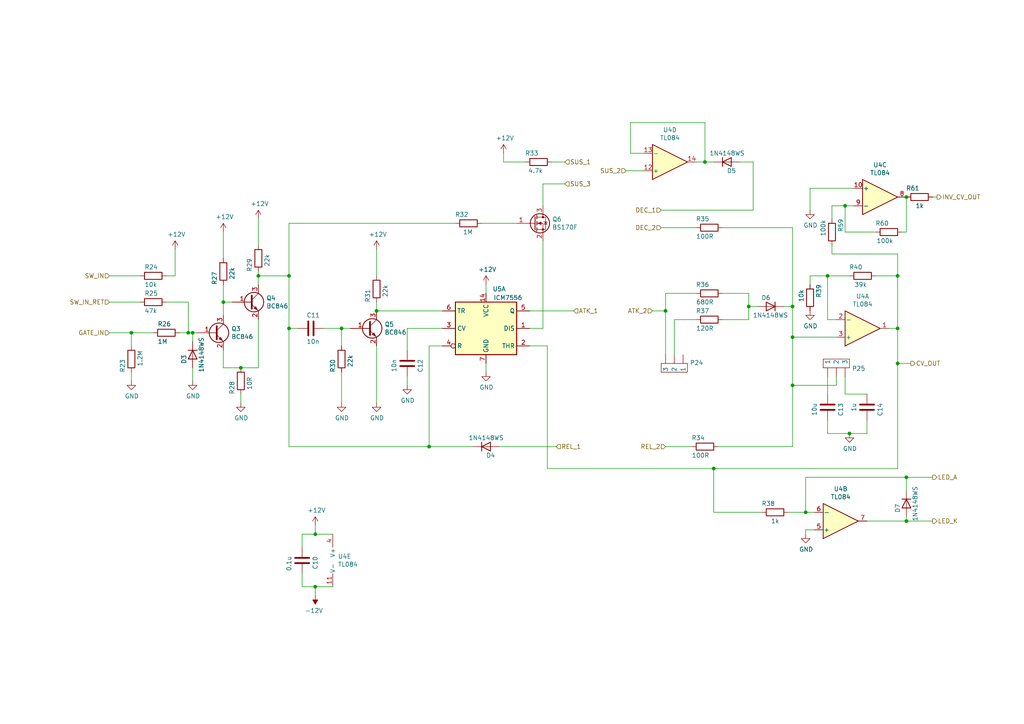
<source format=kicad_sch>
(kicad_sch (version 20211123) (generator eeschema)

  (uuid 4c4b4317-29d0-438a-b331-525ede18773a)

  (paper "A4")

  (lib_symbols
    (symbol "Amplifier_Operational:TL084" (pin_names (offset 0.127)) (in_bom yes) (on_board yes)
      (property "Reference" "U" (id 0) (at 0 5.08 0)
        (effects (font (size 1.27 1.27)) (justify left))
      )
      (property "Value" "TL084" (id 1) (at 0 -5.08 0)
        (effects (font (size 1.27 1.27)) (justify left))
      )
      (property "Footprint" "" (id 2) (at -1.27 2.54 0)
        (effects (font (size 1.27 1.27)) hide)
      )
      (property "Datasheet" "http://www.ti.com/lit/ds/symlink/tl081.pdf" (id 3) (at 1.27 5.08 0)
        (effects (font (size 1.27 1.27)) hide)
      )
      (property "ki_locked" "" (id 4) (at 0 0 0)
        (effects (font (size 1.27 1.27)))
      )
      (property "ki_keywords" "quad opamp" (id 5) (at 0 0 0)
        (effects (font (size 1.27 1.27)) hide)
      )
      (property "ki_description" "Quad JFET-Input Operational Amplifiers, DIP-14/SOIC-14/SSOP-14" (id 6) (at 0 0 0)
        (effects (font (size 1.27 1.27)) hide)
      )
      (property "ki_fp_filters" "SOIC*3.9x8.7mm*P1.27mm* DIP*W7.62mm* TSSOP*4.4x5mm*P0.65mm* SSOP*5.3x6.2mm*P0.65mm* MSOP*3x3mm*P0.5mm*" (id 7) (at 0 0 0)
        (effects (font (size 1.27 1.27)) hide)
      )
      (symbol "TL084_1_1"
        (polyline
          (pts
            (xy -5.08 5.08)
            (xy 5.08 0)
            (xy -5.08 -5.08)
            (xy -5.08 5.08)
          )
          (stroke (width 0.254) (type default) (color 0 0 0 0))
          (fill (type background))
        )
        (pin output line (at 7.62 0 180) (length 2.54)
          (name "~" (effects (font (size 1.27 1.27))))
          (number "1" (effects (font (size 1.27 1.27))))
        )
        (pin input line (at -7.62 -2.54 0) (length 2.54)
          (name "-" (effects (font (size 1.27 1.27))))
          (number "2" (effects (font (size 1.27 1.27))))
        )
        (pin input line (at -7.62 2.54 0) (length 2.54)
          (name "+" (effects (font (size 1.27 1.27))))
          (number "3" (effects (font (size 1.27 1.27))))
        )
      )
      (symbol "TL084_2_1"
        (polyline
          (pts
            (xy -5.08 5.08)
            (xy 5.08 0)
            (xy -5.08 -5.08)
            (xy -5.08 5.08)
          )
          (stroke (width 0.254) (type default) (color 0 0 0 0))
          (fill (type background))
        )
        (pin input line (at -7.62 2.54 0) (length 2.54)
          (name "+" (effects (font (size 1.27 1.27))))
          (number "5" (effects (font (size 1.27 1.27))))
        )
        (pin input line (at -7.62 -2.54 0) (length 2.54)
          (name "-" (effects (font (size 1.27 1.27))))
          (number "6" (effects (font (size 1.27 1.27))))
        )
        (pin output line (at 7.62 0 180) (length 2.54)
          (name "~" (effects (font (size 1.27 1.27))))
          (number "7" (effects (font (size 1.27 1.27))))
        )
      )
      (symbol "TL084_3_1"
        (polyline
          (pts
            (xy -5.08 5.08)
            (xy 5.08 0)
            (xy -5.08 -5.08)
            (xy -5.08 5.08)
          )
          (stroke (width 0.254) (type default) (color 0 0 0 0))
          (fill (type background))
        )
        (pin input line (at -7.62 2.54 0) (length 2.54)
          (name "+" (effects (font (size 1.27 1.27))))
          (number "10" (effects (font (size 1.27 1.27))))
        )
        (pin output line (at 7.62 0 180) (length 2.54)
          (name "~" (effects (font (size 1.27 1.27))))
          (number "8" (effects (font (size 1.27 1.27))))
        )
        (pin input line (at -7.62 -2.54 0) (length 2.54)
          (name "-" (effects (font (size 1.27 1.27))))
          (number "9" (effects (font (size 1.27 1.27))))
        )
      )
      (symbol "TL084_4_1"
        (polyline
          (pts
            (xy -5.08 5.08)
            (xy 5.08 0)
            (xy -5.08 -5.08)
            (xy -5.08 5.08)
          )
          (stroke (width 0.254) (type default) (color 0 0 0 0))
          (fill (type background))
        )
        (pin input line (at -7.62 2.54 0) (length 2.54)
          (name "+" (effects (font (size 1.27 1.27))))
          (number "12" (effects (font (size 1.27 1.27))))
        )
        (pin input line (at -7.62 -2.54 0) (length 2.54)
          (name "-" (effects (font (size 1.27 1.27))))
          (number "13" (effects (font (size 1.27 1.27))))
        )
        (pin output line (at 7.62 0 180) (length 2.54)
          (name "~" (effects (font (size 1.27 1.27))))
          (number "14" (effects (font (size 1.27 1.27))))
        )
      )
      (symbol "TL084_5_1"
        (pin power_in line (at -2.54 -7.62 90) (length 3.81)
          (name "V-" (effects (font (size 1.27 1.27))))
          (number "11" (effects (font (size 1.27 1.27))))
        )
        (pin power_in line (at -2.54 7.62 270) (length 3.81)
          (name "V+" (effects (font (size 1.27 1.27))))
          (number "4" (effects (font (size 1.27 1.27))))
        )
      )
    )
    (symbol "Device:C" (pin_numbers hide) (pin_names (offset 0.254)) (in_bom yes) (on_board yes)
      (property "Reference" "C" (id 0) (at 0.635 2.54 0)
        (effects (font (size 1.27 1.27)) (justify left))
      )
      (property "Value" "C" (id 1) (at 0.635 -2.54 0)
        (effects (font (size 1.27 1.27)) (justify left))
      )
      (property "Footprint" "" (id 2) (at 0.9652 -3.81 0)
        (effects (font (size 1.27 1.27)) hide)
      )
      (property "Datasheet" "~" (id 3) (at 0 0 0)
        (effects (font (size 1.27 1.27)) hide)
      )
      (property "ki_keywords" "cap capacitor" (id 4) (at 0 0 0)
        (effects (font (size 1.27 1.27)) hide)
      )
      (property "ki_description" "Unpolarized capacitor" (id 5) (at 0 0 0)
        (effects (font (size 1.27 1.27)) hide)
      )
      (property "ki_fp_filters" "C_*" (id 6) (at 0 0 0)
        (effects (font (size 1.27 1.27)) hide)
      )
      (symbol "C_0_1"
        (polyline
          (pts
            (xy -2.032 -0.762)
            (xy 2.032 -0.762)
          )
          (stroke (width 0.508) (type default) (color 0 0 0 0))
          (fill (type none))
        )
        (polyline
          (pts
            (xy -2.032 0.762)
            (xy 2.032 0.762)
          )
          (stroke (width 0.508) (type default) (color 0 0 0 0))
          (fill (type none))
        )
      )
      (symbol "C_1_1"
        (pin passive line (at 0 3.81 270) (length 2.794)
          (name "~" (effects (font (size 1.27 1.27))))
          (number "1" (effects (font (size 1.27 1.27))))
        )
        (pin passive line (at 0 -3.81 90) (length 2.794)
          (name "~" (effects (font (size 1.27 1.27))))
          (number "2" (effects (font (size 1.27 1.27))))
        )
      )
    )
    (symbol "Device:R" (pin_numbers hide) (pin_names (offset 0)) (in_bom yes) (on_board yes)
      (property "Reference" "R" (id 0) (at 2.032 0 90)
        (effects (font (size 1.27 1.27)))
      )
      (property "Value" "R" (id 1) (at 0 0 90)
        (effects (font (size 1.27 1.27)))
      )
      (property "Footprint" "" (id 2) (at -1.778 0 90)
        (effects (font (size 1.27 1.27)) hide)
      )
      (property "Datasheet" "~" (id 3) (at 0 0 0)
        (effects (font (size 1.27 1.27)) hide)
      )
      (property "ki_keywords" "R res resistor" (id 4) (at 0 0 0)
        (effects (font (size 1.27 1.27)) hide)
      )
      (property "ki_description" "Resistor" (id 5) (at 0 0 0)
        (effects (font (size 1.27 1.27)) hide)
      )
      (property "ki_fp_filters" "R_*" (id 6) (at 0 0 0)
        (effects (font (size 1.27 1.27)) hide)
      )
      (symbol "R_0_1"
        (rectangle (start -1.016 -2.54) (end 1.016 2.54)
          (stroke (width 0.254) (type default) (color 0 0 0 0))
          (fill (type none))
        )
      )
      (symbol "R_1_1"
        (pin passive line (at 0 3.81 270) (length 1.27)
          (name "~" (effects (font (size 1.27 1.27))))
          (number "1" (effects (font (size 1.27 1.27))))
        )
        (pin passive line (at 0 -3.81 90) (length 1.27)
          (name "~" (effects (font (size 1.27 1.27))))
          (number "2" (effects (font (size 1.27 1.27))))
        )
      )
    )
    (symbol "Diode:1N4148WS" (pin_numbers hide) (pin_names (offset 1.016) hide) (in_bom yes) (on_board yes)
      (property "Reference" "D" (id 0) (at 0 2.54 0)
        (effects (font (size 1.27 1.27)))
      )
      (property "Value" "1N4148WS" (id 1) (at 0 -2.54 0)
        (effects (font (size 1.27 1.27)))
      )
      (property "Footprint" "Diode_SMD:D_SOD-323" (id 2) (at 0 -4.445 0)
        (effects (font (size 1.27 1.27)) hide)
      )
      (property "Datasheet" "https://www.vishay.com/docs/85751/1n4148ws.pdf" (id 3) (at 0 0 0)
        (effects (font (size 1.27 1.27)) hide)
      )
      (property "ki_keywords" "diode" (id 4) (at 0 0 0)
        (effects (font (size 1.27 1.27)) hide)
      )
      (property "ki_description" "75V 0.15A Fast switching Diode, SOD-323" (id 5) (at 0 0 0)
        (effects (font (size 1.27 1.27)) hide)
      )
      (property "ki_fp_filters" "D*SOD?323*" (id 6) (at 0 0 0)
        (effects (font (size 1.27 1.27)) hide)
      )
      (symbol "1N4148WS_0_1"
        (polyline
          (pts
            (xy -1.27 1.27)
            (xy -1.27 -1.27)
          )
          (stroke (width 0.254) (type default) (color 0 0 0 0))
          (fill (type none))
        )
        (polyline
          (pts
            (xy 1.27 0)
            (xy -1.27 0)
          )
          (stroke (width 0) (type default) (color 0 0 0 0))
          (fill (type none))
        )
        (polyline
          (pts
            (xy 1.27 1.27)
            (xy 1.27 -1.27)
            (xy -1.27 0)
            (xy 1.27 1.27)
          )
          (stroke (width 0.254) (type default) (color 0 0 0 0))
          (fill (type none))
        )
      )
      (symbol "1N4148WS_1_1"
        (pin passive line (at -3.81 0 0) (length 2.54)
          (name "K" (effects (font (size 1.27 1.27))))
          (number "1" (effects (font (size 1.27 1.27))))
        )
        (pin passive line (at 3.81 0 180) (length 2.54)
          (name "A" (effects (font (size 1.27 1.27))))
          (number "2" (effects (font (size 1.27 1.27))))
        )
      )
    )
    (symbol "Timer:ICM7556" (in_bom yes) (on_board yes)
      (property "Reference" "U" (id 0) (at -10.16 8.89 0)
        (effects (font (size 1.27 1.27)) (justify left))
      )
      (property "Value" "ICM7556" (id 1) (at -10.16 -8.89 0)
        (effects (font (size 1.27 1.27)) (justify left))
      )
      (property "Footprint" "" (id 2) (at 0 0 0)
        (effects (font (size 1.27 1.27)) hide)
      )
      (property "Datasheet" "http://www.intersil.com/content/dam/Intersil/documents/icm7/icm7555-56.pdf" (id 3) (at 0 0 0)
        (effects (font (size 1.27 1.27)) hide)
      )
      (property "ki_keywords" "dual timer 556" (id 4) (at 0 0 0)
        (effects (font (size 1.27 1.27)) hide)
      )
      (property "ki_description" "Dual CMOS General Purpose Timer, DIP-14/SOIC-14" (id 5) (at 0 0 0)
        (effects (font (size 1.27 1.27)) hide)
      )
      (property "ki_fp_filters" "DIP*W7.62mm* TSSOP*5.3x6.2mm*P0.65mm* SOIC*3.9x8.7mm*P1.27mm*" (id 6) (at 0 0 0)
        (effects (font (size 1.27 1.27)) hide)
      )
      (symbol "ICM7556_0_0"
        (pin power_in line (at 0 10.16 270) (length 2.54)
          (name "VCC" (effects (font (size 1.27 1.27))))
          (number "14" (effects (font (size 1.27 1.27))))
        )
        (pin power_in line (at 0 -10.16 90) (length 2.54)
          (name "GND" (effects (font (size 1.27 1.27))))
          (number "7" (effects (font (size 1.27 1.27))))
        )
      )
      (symbol "ICM7556_0_1"
        (rectangle (start -8.89 -7.62) (end 8.89 7.62)
          (stroke (width 0.254) (type default) (color 0 0 0 0))
          (fill (type background))
        )
        (rectangle (start -8.89 -7.62) (end 8.89 7.62)
          (stroke (width 0.254) (type default) (color 0 0 0 0))
          (fill (type background))
        )
      )
      (symbol "ICM7556_1_1"
        (pin input line (at 12.7 0 180) (length 3.81)
          (name "DIS" (effects (font (size 1.27 1.27))))
          (number "1" (effects (font (size 1.27 1.27))))
        )
        (pin input line (at 12.7 -5.08 180) (length 3.81)
          (name "THR" (effects (font (size 1.27 1.27))))
          (number "2" (effects (font (size 1.27 1.27))))
        )
        (pin input line (at -12.7 0 0) (length 3.81)
          (name "CV" (effects (font (size 1.27 1.27))))
          (number "3" (effects (font (size 1.27 1.27))))
        )
        (pin input inverted (at -12.7 -5.08 0) (length 3.81)
          (name "R" (effects (font (size 1.27 1.27))))
          (number "4" (effects (font (size 1.27 1.27))))
        )
        (pin output line (at 12.7 5.08 180) (length 3.81)
          (name "Q" (effects (font (size 1.27 1.27))))
          (number "5" (effects (font (size 1.27 1.27))))
        )
        (pin input line (at -12.7 5.08 0) (length 3.81)
          (name "TR" (effects (font (size 1.27 1.27))))
          (number "6" (effects (font (size 1.27 1.27))))
        )
      )
      (symbol "ICM7556_2_1"
        (pin input inverted (at -12.7 -5.08 0) (length 3.81)
          (name "R" (effects (font (size 1.27 1.27))))
          (number "10" (effects (font (size 1.27 1.27))))
        )
        (pin input line (at -12.7 0 0) (length 3.81)
          (name "CV" (effects (font (size 1.27 1.27))))
          (number "11" (effects (font (size 1.27 1.27))))
        )
        (pin input line (at 12.7 -5.08 180) (length 3.81)
          (name "THR" (effects (font (size 1.27 1.27))))
          (number "12" (effects (font (size 1.27 1.27))))
        )
        (pin input line (at 12.7 0 180) (length 3.81)
          (name "DIS" (effects (font (size 1.27 1.27))))
          (number "13" (effects (font (size 1.27 1.27))))
        )
        (pin input line (at -12.7 5.08 0) (length 3.81)
          (name "TR" (effects (font (size 1.27 1.27))))
          (number "8" (effects (font (size 1.27 1.27))))
        )
        (pin output line (at 12.7 5.08 180) (length 3.81)
          (name "Q" (effects (font (size 1.27 1.27))))
          (number "9" (effects (font (size 1.27 1.27))))
        )
      )
    )
    (symbol "Transistor_BJT:BC846" (pin_names (offset 0) hide) (in_bom yes) (on_board yes)
      (property "Reference" "Q" (id 0) (at 5.08 1.905 0)
        (effects (font (size 1.27 1.27)) (justify left))
      )
      (property "Value" "BC846" (id 1) (at 5.08 0 0)
        (effects (font (size 1.27 1.27)) (justify left))
      )
      (property "Footprint" "Package_TO_SOT_SMD:SOT-23" (id 2) (at 5.08 -1.905 0)
        (effects (font (size 1.27 1.27) italic) (justify left) hide)
      )
      (property "Datasheet" "https://assets.nexperia.com/documents/data-sheet/BC846_SER.pdf" (id 3) (at 0 0 0)
        (effects (font (size 1.27 1.27)) (justify left) hide)
      )
      (property "ki_keywords" "NPN Transistor" (id 4) (at 0 0 0)
        (effects (font (size 1.27 1.27)) hide)
      )
      (property "ki_description" "0.1A Ic, 65V Vce, NPN Transistor, SOT-23" (id 5) (at 0 0 0)
        (effects (font (size 1.27 1.27)) hide)
      )
      (property "ki_fp_filters" "SOT?23*" (id 6) (at 0 0 0)
        (effects (font (size 1.27 1.27)) hide)
      )
      (symbol "BC846_0_1"
        (polyline
          (pts
            (xy 0.635 0.635)
            (xy 2.54 2.54)
          )
          (stroke (width 0) (type default) (color 0 0 0 0))
          (fill (type none))
        )
        (polyline
          (pts
            (xy 0.635 -0.635)
            (xy 2.54 -2.54)
            (xy 2.54 -2.54)
          )
          (stroke (width 0) (type default) (color 0 0 0 0))
          (fill (type none))
        )
        (polyline
          (pts
            (xy 0.635 1.905)
            (xy 0.635 -1.905)
            (xy 0.635 -1.905)
          )
          (stroke (width 0.508) (type default) (color 0 0 0 0))
          (fill (type none))
        )
        (polyline
          (pts
            (xy 1.27 -1.778)
            (xy 1.778 -1.27)
            (xy 2.286 -2.286)
            (xy 1.27 -1.778)
            (xy 1.27 -1.778)
          )
          (stroke (width 0) (type default) (color 0 0 0 0))
          (fill (type outline))
        )
        (circle (center 1.27 0) (radius 2.8194)
          (stroke (width 0.254) (type default) (color 0 0 0 0))
          (fill (type none))
        )
      )
      (symbol "BC846_1_1"
        (pin input line (at -5.08 0 0) (length 5.715)
          (name "B" (effects (font (size 1.27 1.27))))
          (number "1" (effects (font (size 1.27 1.27))))
        )
        (pin passive line (at 2.54 -5.08 90) (length 2.54)
          (name "E" (effects (font (size 1.27 1.27))))
          (number "2" (effects (font (size 1.27 1.27))))
        )
        (pin passive line (at 2.54 5.08 270) (length 2.54)
          (name "C" (effects (font (size 1.27 1.27))))
          (number "3" (effects (font (size 1.27 1.27))))
        )
      )
    )
    (symbol "Transistor_FET:BS170F" (pin_names hide) (in_bom yes) (on_board yes)
      (property "Reference" "Q" (id 0) (at 5.08 1.905 0)
        (effects (font (size 1.27 1.27)) (justify left))
      )
      (property "Value" "BS170F" (id 1) (at 5.08 0 0)
        (effects (font (size 1.27 1.27)) (justify left))
      )
      (property "Footprint" "Package_TO_SOT_SMD:SOT-23" (id 2) (at 5.08 -1.905 0)
        (effects (font (size 1.27 1.27) italic) (justify left) hide)
      )
      (property "Datasheet" "http://www.diodes.com/assets/Datasheets/BS170F.pdf" (id 3) (at 0 0 0)
        (effects (font (size 1.27 1.27)) (justify left) hide)
      )
      (property "ki_keywords" "N-Channel MOSFET" (id 4) (at 0 0 0)
        (effects (font (size 1.27 1.27)) hide)
      )
      (property "ki_description" "0.15A Id, 60V Vds, N-Channel MOSFET, SOT-23" (id 5) (at 0 0 0)
        (effects (font (size 1.27 1.27)) hide)
      )
      (property "ki_fp_filters" "SOT?23*" (id 6) (at 0 0 0)
        (effects (font (size 1.27 1.27)) hide)
      )
      (symbol "BS170F_0_1"
        (polyline
          (pts
            (xy 0.254 0)
            (xy -2.54 0)
          )
          (stroke (width 0) (type default) (color 0 0 0 0))
          (fill (type none))
        )
        (polyline
          (pts
            (xy 0.254 1.905)
            (xy 0.254 -1.905)
          )
          (stroke (width 0.254) (type default) (color 0 0 0 0))
          (fill (type none))
        )
        (polyline
          (pts
            (xy 0.762 -1.27)
            (xy 0.762 -2.286)
          )
          (stroke (width 0.254) (type default) (color 0 0 0 0))
          (fill (type none))
        )
        (polyline
          (pts
            (xy 0.762 0.508)
            (xy 0.762 -0.508)
          )
          (stroke (width 0.254) (type default) (color 0 0 0 0))
          (fill (type none))
        )
        (polyline
          (pts
            (xy 0.762 2.286)
            (xy 0.762 1.27)
          )
          (stroke (width 0.254) (type default) (color 0 0 0 0))
          (fill (type none))
        )
        (polyline
          (pts
            (xy 2.54 2.54)
            (xy 2.54 1.778)
          )
          (stroke (width 0) (type default) (color 0 0 0 0))
          (fill (type none))
        )
        (polyline
          (pts
            (xy 2.54 -2.54)
            (xy 2.54 0)
            (xy 0.762 0)
          )
          (stroke (width 0) (type default) (color 0 0 0 0))
          (fill (type none))
        )
        (polyline
          (pts
            (xy 0.762 -1.778)
            (xy 3.302 -1.778)
            (xy 3.302 1.778)
            (xy 0.762 1.778)
          )
          (stroke (width 0) (type default) (color 0 0 0 0))
          (fill (type none))
        )
        (polyline
          (pts
            (xy 1.016 0)
            (xy 2.032 0.381)
            (xy 2.032 -0.381)
            (xy 1.016 0)
          )
          (stroke (width 0) (type default) (color 0 0 0 0))
          (fill (type outline))
        )
        (polyline
          (pts
            (xy 2.794 0.508)
            (xy 2.921 0.381)
            (xy 3.683 0.381)
            (xy 3.81 0.254)
          )
          (stroke (width 0) (type default) (color 0 0 0 0))
          (fill (type none))
        )
        (polyline
          (pts
            (xy 3.302 0.381)
            (xy 2.921 -0.254)
            (xy 3.683 -0.254)
            (xy 3.302 0.381)
          )
          (stroke (width 0) (type default) (color 0 0 0 0))
          (fill (type none))
        )
        (circle (center 1.651 0) (radius 2.794)
          (stroke (width 0.254) (type default) (color 0 0 0 0))
          (fill (type none))
        )
        (circle (center 2.54 -1.778) (radius 0.254)
          (stroke (width 0) (type default) (color 0 0 0 0))
          (fill (type outline))
        )
        (circle (center 2.54 1.778) (radius 0.254)
          (stroke (width 0) (type default) (color 0 0 0 0))
          (fill (type outline))
        )
      )
      (symbol "BS170F_1_1"
        (pin input line (at -5.08 0 0) (length 2.54)
          (name "G" (effects (font (size 1.27 1.27))))
          (number "1" (effects (font (size 1.27 1.27))))
        )
        (pin passive line (at 2.54 -5.08 90) (length 2.54)
          (name "S" (effects (font (size 1.27 1.27))))
          (number "2" (effects (font (size 1.27 1.27))))
        )
        (pin passive line (at 2.54 5.08 270) (length 2.54)
          (name "D" (effects (font (size 1.27 1.27))))
          (number "3" (effects (font (size 1.27 1.27))))
        )
      )
    )
    (symbol "pin-headers:3POS-1ROW-HEADER" (pin_numbers hide) (pin_names (offset 1.016)) (in_bom yes) (on_board yes)
      (property "Reference" "P" (id 0) (at 0 5.08 0)
        (effects (font (size 1.27 1.27)))
      )
      (property "Value" "3POS-1ROW-HEADER" (id 1) (at 0 -5.08 0)
        (effects (font (size 1.27 1.27)))
      )
      (property "Footprint" "pin-headers:3POS-1ROW-HEADER" (id 2) (at -2.54 0 0)
        (effects (font (size 1.27 1.27)) hide)
      )
      (property "Datasheet" "" (id 3) (at -2.54 0 0)
        (effects (font (size 1.27 1.27)) hide)
      )
      (symbol "3POS-1ROW-HEADER_0_1"
        (rectangle (start -1.27 -3.81) (end 1.27 3.81)
          (stroke (width 0) (type default) (color 0 0 0 0))
          (fill (type none))
        )
      )
      (symbol "3POS-1ROW-HEADER_1_1"
        (pin passive line (at -3.81 2.54 0) (length 2.54)
          (name "1" (effects (font (size 1.27 1.27))))
          (number "1" (effects (font (size 1.27 1.27))))
        )
        (pin passive line (at -3.81 0 0) (length 2.54)
          (name "2" (effects (font (size 1.27 1.27))))
          (number "2" (effects (font (size 1.27 1.27))))
        )
        (pin passive line (at -3.81 -2.54 0) (length 2.54)
          (name "3" (effects (font (size 1.27 1.27))))
          (number "3" (effects (font (size 1.27 1.27))))
        )
      )
    )
    (symbol "power:+12V" (power) (pin_names (offset 0)) (in_bom yes) (on_board yes)
      (property "Reference" "#PWR" (id 0) (at 0 -3.81 0)
        (effects (font (size 1.27 1.27)) hide)
      )
      (property "Value" "+12V" (id 1) (at 0 3.556 0)
        (effects (font (size 1.27 1.27)))
      )
      (property "Footprint" "" (id 2) (at 0 0 0)
        (effects (font (size 1.27 1.27)) hide)
      )
      (property "Datasheet" "" (id 3) (at 0 0 0)
        (effects (font (size 1.27 1.27)) hide)
      )
      (property "ki_keywords" "power-flag" (id 4) (at 0 0 0)
        (effects (font (size 1.27 1.27)) hide)
      )
      (property "ki_description" "Power symbol creates a global label with name \"+12V\"" (id 5) (at 0 0 0)
        (effects (font (size 1.27 1.27)) hide)
      )
      (symbol "+12V_0_1"
        (polyline
          (pts
            (xy -0.762 1.27)
            (xy 0 2.54)
          )
          (stroke (width 0) (type default) (color 0 0 0 0))
          (fill (type none))
        )
        (polyline
          (pts
            (xy 0 0)
            (xy 0 2.54)
          )
          (stroke (width 0) (type default) (color 0 0 0 0))
          (fill (type none))
        )
        (polyline
          (pts
            (xy 0 2.54)
            (xy 0.762 1.27)
          )
          (stroke (width 0) (type default) (color 0 0 0 0))
          (fill (type none))
        )
      )
      (symbol "+12V_1_1"
        (pin power_in line (at 0 0 90) (length 0) hide
          (name "+12V" (effects (font (size 1.27 1.27))))
          (number "1" (effects (font (size 1.27 1.27))))
        )
      )
    )
    (symbol "power:-12V" (power) (pin_names (offset 0)) (in_bom yes) (on_board yes)
      (property "Reference" "#PWR" (id 0) (at 0 2.54 0)
        (effects (font (size 1.27 1.27)) hide)
      )
      (property "Value" "-12V" (id 1) (at 0 3.81 0)
        (effects (font (size 1.27 1.27)))
      )
      (property "Footprint" "" (id 2) (at 0 0 0)
        (effects (font (size 1.27 1.27)) hide)
      )
      (property "Datasheet" "" (id 3) (at 0 0 0)
        (effects (font (size 1.27 1.27)) hide)
      )
      (property "ki_keywords" "power-flag" (id 4) (at 0 0 0)
        (effects (font (size 1.27 1.27)) hide)
      )
      (property "ki_description" "Power symbol creates a global label with name \"-12V\"" (id 5) (at 0 0 0)
        (effects (font (size 1.27 1.27)) hide)
      )
      (symbol "-12V_0_0"
        (pin power_in line (at 0 0 90) (length 0) hide
          (name "-12V" (effects (font (size 1.27 1.27))))
          (number "1" (effects (font (size 1.27 1.27))))
        )
      )
      (symbol "-12V_0_1"
        (polyline
          (pts
            (xy 0 0)
            (xy 0 1.27)
            (xy 0.762 1.27)
            (xy 0 2.54)
            (xy -0.762 1.27)
            (xy 0 1.27)
          )
          (stroke (width 0) (type default) (color 0 0 0 0))
          (fill (type outline))
        )
      )
    )
    (symbol "power:GND" (power) (pin_names (offset 0)) (in_bom yes) (on_board yes)
      (property "Reference" "#PWR" (id 0) (at 0 -6.35 0)
        (effects (font (size 1.27 1.27)) hide)
      )
      (property "Value" "GND" (id 1) (at 0 -3.81 0)
        (effects (font (size 1.27 1.27)))
      )
      (property "Footprint" "" (id 2) (at 0 0 0)
        (effects (font (size 1.27 1.27)) hide)
      )
      (property "Datasheet" "" (id 3) (at 0 0 0)
        (effects (font (size 1.27 1.27)) hide)
      )
      (property "ki_keywords" "power-flag" (id 4) (at 0 0 0)
        (effects (font (size 1.27 1.27)) hide)
      )
      (property "ki_description" "Power symbol creates a global label with name \"GND\" , ground" (id 5) (at 0 0 0)
        (effects (font (size 1.27 1.27)) hide)
      )
      (symbol "GND_0_1"
        (polyline
          (pts
            (xy 0 0)
            (xy 0 -1.27)
            (xy 1.27 -1.27)
            (xy 0 -2.54)
            (xy -1.27 -1.27)
            (xy 0 -1.27)
          )
          (stroke (width 0) (type default) (color 0 0 0 0))
          (fill (type none))
        )
      )
      (symbol "GND_1_1"
        (pin power_in line (at 0 0 270) (length 0) hide
          (name "GND" (effects (font (size 1.27 1.27))))
          (number "1" (effects (font (size 1.27 1.27))))
        )
      )
    )
  )

  (junction (at 124.46 129.54) (diameter 0) (color 0 0 0 0)
    (uuid 06b6db7e-5210-41ec-a47b-0127ebbe0786)
  )
  (junction (at 74.93 80.01) (diameter 0) (color 0 0 0 0)
    (uuid 22fd57c4-481e-4417-b920-694451210da2)
  )
  (junction (at 262.89 151.13) (diameter 0) (color 0 0 0 0)
    (uuid 2f122013-8dbc-4371-941a-b52e2115db20)
  )
  (junction (at 240.03 80.01) (diameter 0) (color 0 0 0 0)
    (uuid 33e40dd5-556d-4de0-ab08-235c61b7ba9f)
  )
  (junction (at 91.44 170.18) (diameter 0) (color 0 0 0 0)
    (uuid 376da264-b219-4ddc-be78-a640bbee3aef)
  )
  (junction (at 99.06 95.25) (diameter 0) (color 0 0 0 0)
    (uuid 3a4d7b94-8b26-4555-b396-f2e88aea5db3)
  )
  (junction (at 246.38 125.73) (diameter 0) (color 0 0 0 0)
    (uuid 3ba59656-e36e-4caa-8957-90ed8686b3d3)
  )
  (junction (at 64.77 87.63) (diameter 0) (color 0 0 0 0)
    (uuid 3f1d3b22-3ba1-4783-af8d-526bce7c36db)
  )
  (junction (at 91.44 154.94) (diameter 0) (color 0 0 0 0)
    (uuid 419715bf-ffaa-4f14-ba39-b7cca3633324)
  )
  (junction (at 83.82 80.01) (diameter 0) (color 0 0 0 0)
    (uuid 41ef6d8e-078c-46e5-a743-15f86f94b1c5)
  )
  (junction (at 83.82 95.25) (diameter 0) (color 0 0 0 0)
    (uuid 4208e41d-1d0a-40b9-bf94-fcbeb6562f9d)
  )
  (junction (at 245.11 59.69) (diameter 0) (color 0 0 0 0)
    (uuid 42b7a68a-3837-4773-af68-a35059da48c3)
  )
  (junction (at 262.89 57.15) (diameter 0) (color 0 0 0 0)
    (uuid 59246647-4e57-4b5f-9f1e-b0cc1fb90bb2)
  )
  (junction (at 217.17 88.9) (diameter 0) (color 0 0 0 0)
    (uuid 5f8cf0a3-5039-4ac4-8310-e201f8c0505f)
  )
  (junction (at 233.68 148.59) (diameter 0) (color 0 0 0 0)
    (uuid 62c6f8ce-78e5-4ab3-bb01-2fcb0df87aa6)
  )
  (junction (at 262.89 138.43) (diameter 0) (color 0 0 0 0)
    (uuid 6597e724-ffad-43f1-9619-cca25cced87f)
  )
  (junction (at 38.1 96.52) (diameter 0) (color 0 0 0 0)
    (uuid 6ae901e7-3f37-4fdc-9fbb-f82666744826)
  )
  (junction (at 229.87 97.79) (diameter 0) (color 0 0 0 0)
    (uuid 710852c3-85af-44f2-af12-adc5798f2795)
  )
  (junction (at 109.22 90.17) (diameter 0) (color 0 0 0 0)
    (uuid 7401f61b-dc36-4f5a-ba3e-b101a22bf1fc)
  )
  (junction (at 55.88 96.52) (diameter 0) (color 0 0 0 0)
    (uuid 741561bb-6157-4c58-bb00-0f2a32b21238)
  )
  (junction (at 69.85 106.68) (diameter 0) (color 0 0 0 0)
    (uuid 7aad0cca-fb50-4041-9a10-5380cb0860ac)
  )
  (junction (at 193.04 90.17) (diameter 0) (color 0 0 0 0)
    (uuid 7c1dbd41-291a-4aad-bf3b-16497f84df7b)
  )
  (junction (at 229.87 111.76) (diameter 0) (color 0 0 0 0)
    (uuid 8e247c2e-b63e-4a70-8c32-64933e91ced0)
  )
  (junction (at 260.35 105.41) (diameter 0) (color 0 0 0 0)
    (uuid 9cab0c4e-2726-433f-a46f-c25156ae2489)
  )
  (junction (at 260.35 95.25) (diameter 0) (color 0 0 0 0)
    (uuid c1b73b2b-a0dd-4b0e-8d3d-c3beea420b93)
  )
  (junction (at 207.01 135.89) (diameter 0) (color 0 0 0 0)
    (uuid c94b6f38-b2c7-494d-9fba-9edbdd8e122a)
  )
  (junction (at 204.47 46.99) (diameter 0) (color 0 0 0 0)
    (uuid e3903eeb-8b72-4b40-a088-cbbba270c01b)
  )
  (junction (at 229.87 88.9) (diameter 0) (color 0 0 0 0)
    (uuid e8558fbd-ea42-43a6-966a-7bd304bdfaad)
  )
  (junction (at 54.61 96.52) (diameter 0) (color 0 0 0 0)
    (uuid edb2db40-12f7-45b3-a514-2a1299ac0231)
  )
  (junction (at 260.35 80.01) (diameter 0) (color 0 0 0 0)
    (uuid f58742f8-e57e-4646-a6f5-0463e0eceeb8)
  )

  (wire (pts (xy 262.89 151.13) (xy 262.89 149.86))
    (stroke (width 0) (type default) (color 0 0 0 0))
    (uuid 00627221-b0fd-448e-b5a6-250d249697c2)
  )
  (wire (pts (xy 69.85 106.68) (xy 74.93 106.68))
    (stroke (width 0) (type default) (color 0 0 0 0))
    (uuid 0667208e-872f-444a-9ed0-78a1b5f392d2)
  )
  (wire (pts (xy 262.89 67.31) (xy 261.62 67.31))
    (stroke (width 0) (type default) (color 0 0 0 0))
    (uuid 086ab04d-4086-427c-992f-819b91a9021d)
  )
  (wire (pts (xy 189.23 90.17) (xy 193.04 90.17))
    (stroke (width 0) (type default) (color 0 0 0 0))
    (uuid 09321bf4-1ea1-49b5-b1f9-ac29d6606a74)
  )
  (wire (pts (xy 233.68 154.94) (xy 233.68 153.67))
    (stroke (width 0) (type default) (color 0 0 0 0))
    (uuid 098afe52-27f0-4ec0-bf39-4eb766d2a851)
  )
  (wire (pts (xy 251.46 125.73) (xy 251.46 121.92))
    (stroke (width 0) (type default) (color 0 0 0 0))
    (uuid 0ba3fcf8-07bd-443d-be28-f69a4ad80df4)
  )
  (wire (pts (xy 157.48 53.34) (xy 157.48 59.69))
    (stroke (width 0) (type default) (color 0 0 0 0))
    (uuid 0f3121ae-1081-4d81-b548-dceafa613e21)
  )
  (wire (pts (xy 157.48 95.25) (xy 153.67 95.25))
    (stroke (width 0) (type default) (color 0 0 0 0))
    (uuid 0fe3ebe2-61a9-477a-a657-d783c4c4d70e)
  )
  (wire (pts (xy 87.63 154.94) (xy 91.44 154.94))
    (stroke (width 0) (type default) (color 0 0 0 0))
    (uuid 0fffb828-f291-41d3-a83c-4eaa3df13f3a)
  )
  (wire (pts (xy 234.95 80.01) (xy 240.03 80.01))
    (stroke (width 0) (type default) (color 0 0 0 0))
    (uuid 11547ba3-d459-4ced-9333-92979d5b86e1)
  )
  (wire (pts (xy 101.6 95.25) (xy 99.06 95.25))
    (stroke (width 0) (type default) (color 0 0 0 0))
    (uuid 11cae898-6e02-4314-87c3-bfa88f249303)
  )
  (wire (pts (xy 109.22 80.01) (xy 109.22 72.39))
    (stroke (width 0) (type default) (color 0 0 0 0))
    (uuid 14a3cbec-b1b9-4736-8e00-ba5be98954ab)
  )
  (wire (pts (xy 99.06 95.25) (xy 99.06 100.33))
    (stroke (width 0) (type default) (color 0 0 0 0))
    (uuid 15e1670d-9e79-4a5e-88ad-fbbb238a3e8a)
  )
  (wire (pts (xy 240.03 125.73) (xy 246.38 125.73))
    (stroke (width 0) (type default) (color 0 0 0 0))
    (uuid 207932d1-3fbf-4bd3-8ef6-a6601aaaae72)
  )
  (wire (pts (xy 83.82 80.01) (xy 83.82 64.77))
    (stroke (width 0) (type default) (color 0 0 0 0))
    (uuid 217a6ab0-8c75-4e09-8113-c7b7b906da43)
  )
  (wire (pts (xy 260.35 95.25) (xy 257.81 95.25))
    (stroke (width 0) (type default) (color 0 0 0 0))
    (uuid 226f524c-89b4-46ed-86fd-c8ea41059fd4)
  )
  (wire (pts (xy 260.35 105.41) (xy 260.35 95.25))
    (stroke (width 0) (type default) (color 0 0 0 0))
    (uuid 2571f4c8-d7fc-4e8c-94df-f480e56bb717)
  )
  (wire (pts (xy 246.38 125.73) (xy 251.46 125.73))
    (stroke (width 0) (type default) (color 0 0 0 0))
    (uuid 2f29ffe5-cbdc-4a3f-81e6-c7d9f4c5145a)
  )
  (wire (pts (xy 67.31 87.63) (xy 64.77 87.63))
    (stroke (width 0) (type default) (color 0 0 0 0))
    (uuid 31e2d26e-842a-4694-a3ae-7642d792727c)
  )
  (wire (pts (xy 157.48 69.85) (xy 157.48 95.25))
    (stroke (width 0) (type default) (color 0 0 0 0))
    (uuid 33064f56-88c0-44a1-ac52-96957fe5ad49)
  )
  (wire (pts (xy 140.97 82.55) (xy 140.97 85.09))
    (stroke (width 0) (type default) (color 0 0 0 0))
    (uuid 33891c62-a79f-4243-b776-6be292690ac3)
  )
  (wire (pts (xy 54.61 96.52) (xy 55.88 96.52))
    (stroke (width 0) (type default) (color 0 0 0 0))
    (uuid 3675ad1a-972f-4046-b23a-e6ca04304035)
  )
  (wire (pts (xy 217.17 85.09) (xy 217.17 88.9))
    (stroke (width 0) (type default) (color 0 0 0 0))
    (uuid 3742a313-c63e-4807-a7bf-be5a0ae2c781)
  )
  (wire (pts (xy 191.77 60.96) (xy 218.44 60.96))
    (stroke (width 0) (type default) (color 0 0 0 0))
    (uuid 376a6f44-cf22-4d88-ac13-30f83803795f)
  )
  (wire (pts (xy 87.63 158.75) (xy 87.63 154.94))
    (stroke (width 0) (type default) (color 0 0 0 0))
    (uuid 3785b88e-f652-4024-afb0-be4c22cdaea8)
  )
  (wire (pts (xy 254 80.01) (xy 260.35 80.01))
    (stroke (width 0) (type default) (color 0 0 0 0))
    (uuid 3a274653-eff3-4ffe-9be8-2bfd0950af0a)
  )
  (wire (pts (xy 240.03 80.01) (xy 246.38 80.01))
    (stroke (width 0) (type default) (color 0 0 0 0))
    (uuid 3a568413-17bd-4a87-b1ac-928e77fa1b6a)
  )
  (wire (pts (xy 31.75 80.01) (xy 40.64 80.01))
    (stroke (width 0) (type default) (color 0 0 0 0))
    (uuid 3b19a97f-624a-48d9-8072-15bdeede0fff)
  )
  (wire (pts (xy 245.11 114.3) (xy 251.46 114.3))
    (stroke (width 0) (type default) (color 0 0 0 0))
    (uuid 3b450865-b2ef-4d25-9b34-4d42975b5e24)
  )
  (wire (pts (xy 254 67.31) (xy 245.11 67.31))
    (stroke (width 0) (type default) (color 0 0 0 0))
    (uuid 41fc1c23-edd4-45a5-8036-7f62b013770f)
  )
  (wire (pts (xy 38.1 96.52) (xy 38.1 100.33))
    (stroke (width 0) (type default) (color 0 0 0 0))
    (uuid 44509293-79e2-4fab-8860-b0cecb591afa)
  )
  (wire (pts (xy 64.77 87.63) (xy 64.77 91.44))
    (stroke (width 0) (type default) (color 0 0 0 0))
    (uuid 449cc181-df4b-4d3b-93ef-0653c2171fe8)
  )
  (wire (pts (xy 251.46 151.13) (xy 262.89 151.13))
    (stroke (width 0) (type default) (color 0 0 0 0))
    (uuid 4687c479-536f-4d7c-9d3c-04c9b426c43c)
  )
  (wire (pts (xy 233.68 138.43) (xy 233.68 148.59))
    (stroke (width 0) (type default) (color 0 0 0 0))
    (uuid 47890384-6eaa-420c-b9ae-e68a6a7f17b5)
  )
  (wire (pts (xy 245.11 109.22) (xy 245.11 114.3))
    (stroke (width 0) (type default) (color 0 0 0 0))
    (uuid 4c38e5ef-0105-4756-a059-34a9c3247d1f)
  )
  (wire (pts (xy 55.88 110.49) (xy 55.88 106.68))
    (stroke (width 0) (type default) (color 0 0 0 0))
    (uuid 4d55ddc7-73be-49f7-98ea-a0ba474cbdb0)
  )
  (wire (pts (xy 207.01 148.59) (xy 207.01 135.89))
    (stroke (width 0) (type default) (color 0 0 0 0))
    (uuid 4e0c0da6-a302-49a1-8b88-4dccac856a0b)
  )
  (wire (pts (xy 209.55 85.09) (xy 217.17 85.09))
    (stroke (width 0) (type default) (color 0 0 0 0))
    (uuid 5080cf4c-abda-4232-b279-44d0e6b9bde3)
  )
  (wire (pts (xy 260.35 105.41) (xy 260.35 135.89))
    (stroke (width 0) (type default) (color 0 0 0 0))
    (uuid 51bdd1cb-8a01-4b1c-940a-3ff4dd1de87c)
  )
  (wire (pts (xy 74.93 106.68) (xy 74.93 92.71))
    (stroke (width 0) (type default) (color 0 0 0 0))
    (uuid 524dc8d0-13b4-43fe-b274-8ac08bc4b894)
  )
  (wire (pts (xy 241.3 71.12) (xy 241.3 73.66))
    (stroke (width 0) (type default) (color 0 0 0 0))
    (uuid 539dec9e-2c45-4201-ab13-cbbbab8fc31b)
  )
  (wire (pts (xy 242.57 97.79) (xy 229.87 97.79))
    (stroke (width 0) (type default) (color 0 0 0 0))
    (uuid 57e17378-f1f7-42d0-9ad3-fb44c2d5cdc3)
  )
  (wire (pts (xy 262.89 57.15) (xy 262.89 67.31))
    (stroke (width 0) (type default) (color 0 0 0 0))
    (uuid 5aa0e472-160b-49ac-864f-0fa7cd9cf9b0)
  )
  (wire (pts (xy 229.87 111.76) (xy 229.87 129.54))
    (stroke (width 0) (type default) (color 0 0 0 0))
    (uuid 5b29962f-685a-409c-915c-9c4a92ed442a)
  )
  (wire (pts (xy 158.75 135.89) (xy 207.01 135.89))
    (stroke (width 0) (type default) (color 0 0 0 0))
    (uuid 5b5611ee-3a4f-4573-978f-2e48db0ecaf5)
  )
  (wire (pts (xy 193.04 85.09) (xy 201.93 85.09))
    (stroke (width 0) (type default) (color 0 0 0 0))
    (uuid 5b867f3d-ce38-4d21-95dd-fe114f76e9dc)
  )
  (wire (pts (xy 128.27 100.33) (xy 124.46 100.33))
    (stroke (width 0) (type default) (color 0 0 0 0))
    (uuid 5ef603f2-8407-4088-9f29-0b64dd4b046f)
  )
  (wire (pts (xy 260.35 80.01) (xy 260.35 95.25))
    (stroke (width 0) (type default) (color 0 0 0 0))
    (uuid 60628c1f-f7b2-4a4b-be6f-62bc1a819432)
  )
  (wire (pts (xy 218.44 60.96) (xy 218.44 46.99))
    (stroke (width 0) (type default) (color 0 0 0 0))
    (uuid 60d30b2f-02cb-42f2-b2ed-c84cb33e3e36)
  )
  (wire (pts (xy 91.44 152.4) (xy 91.44 154.94))
    (stroke (width 0) (type default) (color 0 0 0 0))
    (uuid 63892cea-0371-47b0-925d-c40106168946)
  )
  (wire (pts (xy 160.02 46.99) (xy 163.83 46.99))
    (stroke (width 0) (type default) (color 0 0 0 0))
    (uuid 66cc4ddc-a52d-4ad7-986e-68f000539802)
  )
  (wire (pts (xy 83.82 95.25) (xy 83.82 80.01))
    (stroke (width 0) (type default) (color 0 0 0 0))
    (uuid 68f7174d-ce7a-41b4-89f8-dd7e3ded57a1)
  )
  (wire (pts (xy 229.87 97.79) (xy 229.87 88.9))
    (stroke (width 0) (type default) (color 0 0 0 0))
    (uuid 6ae47305-86b3-4e27-b3c6-46e195fdaa6d)
  )
  (wire (pts (xy 195.58 92.71) (xy 195.58 102.87))
    (stroke (width 0) (type default) (color 0 0 0 0))
    (uuid 6b013cb8-9e09-4a62-b02d-814d5cfa604e)
  )
  (wire (pts (xy 182.88 35.56) (xy 204.47 35.56))
    (stroke (width 0) (type default) (color 0 0 0 0))
    (uuid 6e21d8a8-05db-450e-863d-764ba51b5b58)
  )
  (wire (pts (xy 186.69 44.45) (xy 182.88 44.45))
    (stroke (width 0) (type default) (color 0 0 0 0))
    (uuid 6e416a78-df14-48ee-9842-e6e24081191e)
  )
  (wire (pts (xy 83.82 95.25) (xy 86.36 95.25))
    (stroke (width 0) (type default) (color 0 0 0 0))
    (uuid 6ee71a3c-fedb-4cc6-a3c6-f3d6f3ac6767)
  )
  (wire (pts (xy 242.57 92.71) (xy 240.03 92.71))
    (stroke (width 0) (type default) (color 0 0 0 0))
    (uuid 7147b342-4ca8-4694-a1ec-b615c151a5d0)
  )
  (wire (pts (xy 87.63 170.18) (xy 91.44 170.18))
    (stroke (width 0) (type default) (color 0 0 0 0))
    (uuid 72733f59-fc61-4ff2-8fe5-0440be71758a)
  )
  (wire (pts (xy 241.3 73.66) (xy 260.35 73.66))
    (stroke (width 0) (type default) (color 0 0 0 0))
    (uuid 7308e13a-4809-4e8e-af65-9905819aa376)
  )
  (wire (pts (xy 83.82 129.54) (xy 83.82 95.25))
    (stroke (width 0) (type default) (color 0 0 0 0))
    (uuid 741879e3-3045-40c7-849d-7f437c35ee91)
  )
  (wire (pts (xy 48.26 80.01) (xy 50.8 80.01))
    (stroke (width 0) (type default) (color 0 0 0 0))
    (uuid 7684f860-395c-40b3-8cc0-a644dcdbc220)
  )
  (wire (pts (xy 57.15 96.52) (xy 55.88 96.52))
    (stroke (width 0) (type default) (color 0 0 0 0))
    (uuid 76a87642-211c-44f2-a488-190d6dc3728e)
  )
  (wire (pts (xy 118.11 111.76) (xy 118.11 109.22))
    (stroke (width 0) (type default) (color 0 0 0 0))
    (uuid 76ee303c-1cfc-45a8-ae72-af3efaba6c47)
  )
  (wire (pts (xy 91.44 170.18) (xy 96.52 170.18))
    (stroke (width 0) (type default) (color 0 0 0 0))
    (uuid 7b8f4734-c91c-4c35-bc25-8ba9e0a60f64)
  )
  (wire (pts (xy 74.93 71.12) (xy 74.93 63.5))
    (stroke (width 0) (type default) (color 0 0 0 0))
    (uuid 7c3df708-fb44-40cc-b435-cd67e8cec48a)
  )
  (wire (pts (xy 233.68 153.67) (xy 236.22 153.67))
    (stroke (width 0) (type default) (color 0 0 0 0))
    (uuid 7cbc8c8d-fbc1-4902-ac93-6c241131aada)
  )
  (wire (pts (xy 242.57 109.22) (xy 242.57 111.76))
    (stroke (width 0) (type default) (color 0 0 0 0))
    (uuid 7cc510d9-2339-42a7-bb31-eff1142f0636)
  )
  (wire (pts (xy 262.89 138.43) (xy 233.68 138.43))
    (stroke (width 0) (type default) (color 0 0 0 0))
    (uuid 7da6dd22-6820-4812-8b65-ceb1440c016d)
  )
  (wire (pts (xy 207.01 135.89) (xy 260.35 135.89))
    (stroke (width 0) (type default) (color 0 0 0 0))
    (uuid 7e509ce7-bdc7-45fb-b2d0-c14a958a5480)
  )
  (wire (pts (xy 74.93 78.74) (xy 74.93 80.01))
    (stroke (width 0) (type default) (color 0 0 0 0))
    (uuid 7fd11519-eb9e-4413-8ca2-e43e38c699f6)
  )
  (wire (pts (xy 240.03 80.01) (xy 240.03 92.71))
    (stroke (width 0) (type default) (color 0 0 0 0))
    (uuid 810d1828-323c-409a-960d-456fda8be10a)
  )
  (wire (pts (xy 220.98 148.59) (xy 207.01 148.59))
    (stroke (width 0) (type default) (color 0 0 0 0))
    (uuid 82782dc2-cb84-4d0c-b85e-b3903aca1e13)
  )
  (wire (pts (xy 153.67 100.33) (xy 158.75 100.33))
    (stroke (width 0) (type default) (color 0 0 0 0))
    (uuid 84e154cc-34e9-48ac-ab7e-fc52b3bc90d0)
  )
  (wire (pts (xy 118.11 101.6) (xy 118.11 95.25))
    (stroke (width 0) (type default) (color 0 0 0 0))
    (uuid 872313a4-03e6-4e4a-b850-f54dcb50f9fc)
  )
  (wire (pts (xy 31.75 96.52) (xy 38.1 96.52))
    (stroke (width 0) (type default) (color 0 0 0 0))
    (uuid 87f44303-a6e8-48e5-bb6d-f89abb09a999)
  )
  (wire (pts (xy 270.51 151.13) (xy 262.89 151.13))
    (stroke (width 0) (type default) (color 0 0 0 0))
    (uuid 895d5ca3-0e9a-421e-88ea-3017edd2db62)
  )
  (wire (pts (xy 193.04 90.17) (xy 193.04 85.09))
    (stroke (width 0) (type default) (color 0 0 0 0))
    (uuid 89be6ff8-dff7-4df0-876d-d5989d658e36)
  )
  (wire (pts (xy 109.22 100.33) (xy 109.22 116.84))
    (stroke (width 0) (type default) (color 0 0 0 0))
    (uuid 8c4cd1a2-9a92-4fba-aa2e-8b86c17dce10)
  )
  (wire (pts (xy 228.6 148.59) (xy 233.68 148.59))
    (stroke (width 0) (type default) (color 0 0 0 0))
    (uuid 8ecc0874-e7f5-4102-a6b7-0222cf1fccc2)
  )
  (wire (pts (xy 157.48 53.34) (xy 163.83 53.34))
    (stroke (width 0) (type default) (color 0 0 0 0))
    (uuid 8f8bb641-6f96-48dd-a2de-b7e2aaf6efe0)
  )
  (wire (pts (xy 260.35 73.66) (xy 260.35 80.01))
    (stroke (width 0) (type default) (color 0 0 0 0))
    (uuid 91c69423-de51-44fe-bc70-fec455b50634)
  )
  (wire (pts (xy 55.88 96.52) (xy 55.88 99.06))
    (stroke (width 0) (type default) (color 0 0 0 0))
    (uuid 92ec60c8-e914-4456-8d37-4b88fc0eb9c6)
  )
  (wire (pts (xy 144.78 129.54) (xy 161.29 129.54))
    (stroke (width 0) (type default) (color 0 0 0 0))
    (uuid 933a17ae-06d4-4de3-aae1-d3835cc0d957)
  )
  (wire (pts (xy 64.77 106.68) (xy 69.85 106.68))
    (stroke (width 0) (type default) (color 0 0 0 0))
    (uuid 969d876f-dc87-40bf-9e96-03cbb9ea5e82)
  )
  (wire (pts (xy 193.04 90.17) (xy 193.04 102.87))
    (stroke (width 0) (type default) (color 0 0 0 0))
    (uuid 986fa662-6dc8-4009-9871-995c9cfdbebc)
  )
  (wire (pts (xy 64.77 82.55) (xy 64.77 87.63))
    (stroke (width 0) (type default) (color 0 0 0 0))
    (uuid 99162744-5eac-427e-9957-877587056aee)
  )
  (wire (pts (xy 241.3 59.69) (xy 241.3 63.5))
    (stroke (width 0) (type default) (color 0 0 0 0))
    (uuid 9b4851fe-4e2f-4de0-a685-8e53004d88aa)
  )
  (wire (pts (xy 270.51 57.15) (xy 271.78 57.15))
    (stroke (width 0) (type default) (color 0 0 0 0))
    (uuid 9e5b0177-ea58-4f76-8b57-ff1c6e52d9df)
  )
  (wire (pts (xy 233.68 148.59) (xy 236.22 148.59))
    (stroke (width 0) (type default) (color 0 0 0 0))
    (uuid 9f5c7a80-7220-432e-865b-d1468e8a8d4c)
  )
  (wire (pts (xy 229.87 88.9) (xy 227.33 88.9))
    (stroke (width 0) (type default) (color 0 0 0 0))
    (uuid 9fa51663-d9ff-42d5-ab2b-c96b6768fc7a)
  )
  (wire (pts (xy 109.22 87.63) (xy 109.22 90.17))
    (stroke (width 0) (type default) (color 0 0 0 0))
    (uuid 9fa58e42-4d1f-4e7f-a5a2-6fc9857446e3)
  )
  (wire (pts (xy 153.67 90.17) (xy 166.37 90.17))
    (stroke (width 0) (type default) (color 0 0 0 0))
    (uuid a2ead14b-89a8-4438-a7df-7876de28e69a)
  )
  (wire (pts (xy 262.89 142.24) (xy 262.89 138.43))
    (stroke (width 0) (type default) (color 0 0 0 0))
    (uuid a543a4a0-b8e2-45a4-be48-7207020a5b1f)
  )
  (wire (pts (xy 158.75 100.33) (xy 158.75 135.89))
    (stroke (width 0) (type default) (color 0 0 0 0))
    (uuid a57e46ab-4127-4b88-afea-d94b5d7bc928)
  )
  (wire (pts (xy 242.57 111.76) (xy 229.87 111.76))
    (stroke (width 0) (type default) (color 0 0 0 0))
    (uuid a60f8360-f38f-439d-b446-391101ae4282)
  )
  (wire (pts (xy 218.44 46.99) (xy 214.63 46.99))
    (stroke (width 0) (type default) (color 0 0 0 0))
    (uuid a6694369-d7a9-41d0-a88e-8a3c16982564)
  )
  (wire (pts (xy 200.66 129.54) (xy 193.04 129.54))
    (stroke (width 0) (type default) (color 0 0 0 0))
    (uuid aa52a4ee-249d-4f84-a65a-9c1702b5bb75)
  )
  (wire (pts (xy 31.75 87.63) (xy 40.64 87.63))
    (stroke (width 0) (type default) (color 0 0 0 0))
    (uuid aaf0fd50-bb22-4408-be5a-88f5ba4193be)
  )
  (wire (pts (xy 124.46 129.54) (xy 83.82 129.54))
    (stroke (width 0) (type default) (color 0 0 0 0))
    (uuid ac81fb15-6f1a-451b-a962-fb87ffd26f6b)
  )
  (wire (pts (xy 50.8 80.01) (xy 50.8 72.39))
    (stroke (width 0) (type default) (color 0 0 0 0))
    (uuid acd72527-a657-482d-a530-89a1347375fc)
  )
  (wire (pts (xy 44.45 96.52) (xy 38.1 96.52))
    (stroke (width 0) (type default) (color 0 0 0 0))
    (uuid acfcaba7-a8b8-4c21-a793-d3e0373f34dc)
  )
  (wire (pts (xy 38.1 110.49) (xy 38.1 107.95))
    (stroke (width 0) (type default) (color 0 0 0 0))
    (uuid ae293969-fa6d-4cb1-9969-16f8784d07e3)
  )
  (wire (pts (xy 270.51 138.43) (xy 262.89 138.43))
    (stroke (width 0) (type default) (color 0 0 0 0))
    (uuid aeae1c08-0511-41ff-896d-95b95a86eb35)
  )
  (wire (pts (xy 207.01 46.99) (xy 204.47 46.99))
    (stroke (width 0) (type default) (color 0 0 0 0))
    (uuid b20fb198-6b0b-4cab-9ba8-ea9b46e8088f)
  )
  (wire (pts (xy 182.88 44.45) (xy 182.88 35.56))
    (stroke (width 0) (type default) (color 0 0 0 0))
    (uuid b2f7301d-582c-4990-a060-4a71ef08c6eb)
  )
  (wire (pts (xy 219.71 88.9) (xy 217.17 88.9))
    (stroke (width 0) (type default) (color 0 0 0 0))
    (uuid b5de2bf0-583c-45d9-bc5e-15007fe3ede8)
  )
  (wire (pts (xy 245.11 59.69) (xy 247.65 59.69))
    (stroke (width 0) (type default) (color 0 0 0 0))
    (uuid b7340f23-0eaa-48ae-aea8-b5b53a0ae99a)
  )
  (wire (pts (xy 48.26 87.63) (xy 54.61 87.63))
    (stroke (width 0) (type default) (color 0 0 0 0))
    (uuid b7ed4c31-5417-4fb5-9261-7dca42c1c776)
  )
  (wire (pts (xy 54.61 87.63) (xy 54.61 96.52))
    (stroke (width 0) (type default) (color 0 0 0 0))
    (uuid bb5e8a0f-2ed5-4c2a-91b7-cb63c4c66e15)
  )
  (wire (pts (xy 74.93 80.01) (xy 83.82 80.01))
    (stroke (width 0) (type default) (color 0 0 0 0))
    (uuid bc29a09d-ebbe-4bab-9edb-114e75ee17a4)
  )
  (wire (pts (xy 118.11 95.25) (xy 128.27 95.25))
    (stroke (width 0) (type default) (color 0 0 0 0))
    (uuid bce25bd3-0fe5-4c8f-bd6c-39e2d62ee70a)
  )
  (wire (pts (xy 209.55 66.04) (xy 229.87 66.04))
    (stroke (width 0) (type default) (color 0 0 0 0))
    (uuid bfdbfa5d-af60-4bcb-aaee-563dc6121e2f)
  )
  (wire (pts (xy 139.7 64.77) (xy 149.86 64.77))
    (stroke (width 0) (type default) (color 0 0 0 0))
    (uuid c2564ecf-bd43-431d-b9a2-c7be54487485)
  )
  (wire (pts (xy 229.87 97.79) (xy 229.87 111.76))
    (stroke (width 0) (type default) (color 0 0 0 0))
    (uuid cd1b9f49-f6c4-4c81-a715-14d19fd506d7)
  )
  (wire (pts (xy 204.47 46.99) (xy 201.93 46.99))
    (stroke (width 0) (type default) (color 0 0 0 0))
    (uuid cf45f134-35c0-4b31-91e7-048e45f34bf8)
  )
  (wire (pts (xy 83.82 64.77) (xy 132.08 64.77))
    (stroke (width 0) (type default) (color 0 0 0 0))
    (uuid d1f81642-eb3a-4277-b357-9cbb5a3aa5ac)
  )
  (wire (pts (xy 208.28 129.54) (xy 229.87 129.54))
    (stroke (width 0) (type default) (color 0 0 0 0))
    (uuid d25a1e45-06d1-4c1c-9b3a-0fd8abd0bfed)
  )
  (wire (pts (xy 240.03 109.22) (xy 240.03 114.3))
    (stroke (width 0) (type default) (color 0 0 0 0))
    (uuid d35d7027-ac1b-44b2-9664-3d8a37ee0f4e)
  )
  (wire (pts (xy 91.44 172.72) (xy 91.44 170.18))
    (stroke (width 0) (type default) (color 0 0 0 0))
    (uuid d37a42c4-6950-4517-b4dd-96056acf0925)
  )
  (wire (pts (xy 240.03 121.92) (xy 240.03 125.73))
    (stroke (width 0) (type default) (color 0 0 0 0))
    (uuid d433e10e-a10c-42c7-9409-f756ab1084a2)
  )
  (wire (pts (xy 74.93 80.01) (xy 74.93 82.55))
    (stroke (width 0) (type default) (color 0 0 0 0))
    (uuid da151d0a-a1fa-4865-aa78-eb4b6082fbfd)
  )
  (wire (pts (xy 109.22 90.17) (xy 128.27 90.17))
    (stroke (width 0) (type default) (color 0 0 0 0))
    (uuid dc0df782-a446-4364-8dc7-0190637b5f77)
  )
  (wire (pts (xy 124.46 100.33) (xy 124.46 129.54))
    (stroke (width 0) (type default) (color 0 0 0 0))
    (uuid dd4f23cd-8f89-457c-8b93-3828f8c20a8d)
  )
  (wire (pts (xy 195.58 92.71) (xy 201.93 92.71))
    (stroke (width 0) (type default) (color 0 0 0 0))
    (uuid de7d8275-fd45-47d5-ae9a-4b0c51b81f57)
  )
  (wire (pts (xy 245.11 59.69) (xy 241.3 59.69))
    (stroke (width 0) (type default) (color 0 0 0 0))
    (uuid dfa2c928-7d9a-4cd3-90db-112716296421)
  )
  (wire (pts (xy 140.97 107.95) (xy 140.97 105.41))
    (stroke (width 0) (type default) (color 0 0 0 0))
    (uuid e2df2a45-3811-4210-89e0-9a66f3cb9430)
  )
  (wire (pts (xy 124.46 129.54) (xy 137.16 129.54))
    (stroke (width 0) (type default) (color 0 0 0 0))
    (uuid e4d60aa0-829b-452e-a0b4-f0b282cbe2f3)
  )
  (wire (pts (xy 234.95 82.55) (xy 234.95 80.01))
    (stroke (width 0) (type default) (color 0 0 0 0))
    (uuid e746ec00-0dfd-4bc7-b357-6b4860c148ef)
  )
  (wire (pts (xy 229.87 66.04) (xy 229.87 88.9))
    (stroke (width 0) (type default) (color 0 0 0 0))
    (uuid e8a49c58-e69f-4870-ab15-e73f66a8d02b)
  )
  (wire (pts (xy 234.95 60.96) (xy 234.95 54.61))
    (stroke (width 0) (type default) (color 0 0 0 0))
    (uuid e8cb6cb3-dd2b-4328-8592-132e369ebb71)
  )
  (wire (pts (xy 99.06 107.95) (xy 99.06 116.84))
    (stroke (width 0) (type default) (color 0 0 0 0))
    (uuid ea8efd53-9e19-4e37-86f5-e6c0c681f735)
  )
  (wire (pts (xy 181.61 49.53) (xy 186.69 49.53))
    (stroke (width 0) (type default) (color 0 0 0 0))
    (uuid eac540a2-0555-4530-b9cb-9b037a65c0a7)
  )
  (wire (pts (xy 217.17 92.71) (xy 209.55 92.71))
    (stroke (width 0) (type default) (color 0 0 0 0))
    (uuid ed76cb21-0b5e-4ca2-8075-7e28e38e7199)
  )
  (wire (pts (xy 64.77 101.6) (xy 64.77 106.68))
    (stroke (width 0) (type default) (color 0 0 0 0))
    (uuid eec347af-8fb3-4b2d-8e93-6e7176516f57)
  )
  (wire (pts (xy 93.98 95.25) (xy 99.06 95.25))
    (stroke (width 0) (type default) (color 0 0 0 0))
    (uuid f1128c56-7c01-4d79-834b-ceab4dc35180)
  )
  (wire (pts (xy 64.77 74.93) (xy 64.77 67.31))
    (stroke (width 0) (type default) (color 0 0 0 0))
    (uuid f364b99f-4502-4cba-a96d-4ed35ad108b5)
  )
  (wire (pts (xy 54.61 96.52) (xy 52.07 96.52))
    (stroke (width 0) (type default) (color 0 0 0 0))
    (uuid f58fca4c-73af-416f-b236-f3bb62b8fd00)
  )
  (wire (pts (xy 69.85 116.84) (xy 69.85 114.3))
    (stroke (width 0) (type default) (color 0 0 0 0))
    (uuid f60d71f9-9a8e-4a62-960d-f7b9664aea76)
  )
  (wire (pts (xy 191.77 66.04) (xy 201.93 66.04))
    (stroke (width 0) (type default) (color 0 0 0 0))
    (uuid f61adca3-c1e4-457e-8212-9dc978cabab5)
  )
  (wire (pts (xy 234.95 54.61) (xy 247.65 54.61))
    (stroke (width 0) (type default) (color 0 0 0 0))
    (uuid f630bdcd-b048-45d2-91a0-928349b89dad)
  )
  (wire (pts (xy 146.05 44.45) (xy 146.05 46.99))
    (stroke (width 0) (type default) (color 0 0 0 0))
    (uuid f7475c2a-e91e-435c-bec2-3307ef3e1f94)
  )
  (wire (pts (xy 91.44 154.94) (xy 96.52 154.94))
    (stroke (width 0) (type default) (color 0 0 0 0))
    (uuid f88265e8-a27a-4259-b3ad-7df91a571c60)
  )
  (wire (pts (xy 87.63 166.37) (xy 87.63 170.18))
    (stroke (width 0) (type default) (color 0 0 0 0))
    (uuid f8e927af-4836-4b0f-8a57-dbca5a18a442)
  )
  (wire (pts (xy 245.11 67.31) (xy 245.11 59.69))
    (stroke (width 0) (type default) (color 0 0 0 0))
    (uuid f9e60890-c09c-4221-9409-43a2ec4885e8)
  )
  (wire (pts (xy 204.47 35.56) (xy 204.47 46.99))
    (stroke (width 0) (type default) (color 0 0 0 0))
    (uuid fa574bf3-ac2e-449d-91be-bcb1e35bdaba)
  )
  (wire (pts (xy 264.16 105.41) (xy 260.35 105.41))
    (stroke (width 0) (type default) (color 0 0 0 0))
    (uuid fc329e60-968a-4f61-ba77-53d29ff8c1c7)
  )
  (wire (pts (xy 217.17 88.9) (xy 217.17 92.71))
    (stroke (width 0) (type default) (color 0 0 0 0))
    (uuid fd693e1b-ee8d-4a26-aae0-561ba4b09a82)
  )
  (wire (pts (xy 146.05 46.99) (xy 152.4 46.99))
    (stroke (width 0) (type default) (color 0 0 0 0))
    (uuid fe1c93f4-4468-424b-a088-27aef08b62b4)
  )

  (hierarchical_label "REL_1" (shape input) (at 161.29 129.54 0)
    (effects (font (size 1.27 1.27)) (justify left))
    (uuid 0208dcec-5844-41d6-8382-4437ac8ac82d)
  )
  (hierarchical_label "CV_OUT" (shape output) (at 264.16 105.41 0)
    (effects (font (size 1.27 1.27)) (justify left))
    (uuid 0d7333ca-0587-43cb-9af7-f59016c85820)
  )
  (hierarchical_label "ATK_2" (shape input) (at 189.23 90.17 180)
    (effects (font (size 1.27 1.27)) (justify right))
    (uuid 1569382e-a4f5-4166-a19c-b78580f8c980)
  )
  (hierarchical_label "REL_2" (shape input) (at 193.04 129.54 180)
    (effects (font (size 1.27 1.27)) (justify right))
    (uuid 291e4200-f3c9-4b61-8158-17e8c4424a24)
  )
  (hierarchical_label "ATK_1" (shape input) (at 166.37 90.17 0)
    (effects (font (size 1.27 1.27)) (justify left))
    (uuid 4625ef31-ba9f-4b3e-8ebc-93b4658ad74a)
  )
  (hierarchical_label "DEC_2" (shape input) (at 191.77 66.04 180)
    (effects (font (size 1.27 1.27)) (justify right))
    (uuid 52d326d4-51c9-4c17-8412-9aaf3e6cdf4c)
  )
  (hierarchical_label "SUS_3" (shape input) (at 163.83 53.34 0)
    (effects (font (size 1.27 1.27)) (justify left))
    (uuid 56bbedad-6259-4443-b321-0ffa1f89c336)
  )
  (hierarchical_label "INV_CV_OUT" (shape output) (at 271.78 57.15 0)
    (effects (font (size 1.27 1.27)) (justify left))
    (uuid 669e2f76-dce7-4b88-b383-d3587e6cc0cc)
  )
  (hierarchical_label "LED_A" (shape output) (at 270.51 138.43 0)
    (effects (font (size 1.27 1.27)) (justify left))
    (uuid 825ca21e-b6a1-4e84-a612-f8e2fae8ac04)
  )
  (hierarchical_label "SUS_1" (shape input) (at 163.83 46.99 0)
    (effects (font (size 1.27 1.27)) (justify left))
    (uuid 832b1e20-f118-4505-ad00-93c040f2f83d)
  )
  (hierarchical_label "SUS_2" (shape input) (at 181.61 49.53 180)
    (effects (font (size 1.27 1.27)) (justify right))
    (uuid 8eacb9d3-c41d-4b39-abd1-0bc8f2e97411)
  )
  (hierarchical_label "SW_IN" (shape input) (at 31.75 80.01 180)
    (effects (font (size 1.27 1.27)) (justify right))
    (uuid d9198b20-68ab-4f03-9039-95a74aeba0d6)
  )
  (hierarchical_label "GATE_IN" (shape input) (at 31.75 96.52 180)
    (effects (font (size 1.27 1.27)) (justify right))
    (uuid dbfb14d7-1f97-4dd2-9004-1d129d3b4221)
  )
  (hierarchical_label "DEC_1" (shape input) (at 191.77 60.96 180)
    (effects (font (size 1.27 1.27)) (justify right))
    (uuid df3e0d78-29b1-4811-9600-571610f4b8a8)
  )
  (hierarchical_label "SW_IN_RET" (shape input) (at 31.75 87.63 180)
    (effects (font (size 1.27 1.27)) (justify right))
    (uuid e6cd2cdd-d49b-4491-8a15-4c46254b5c0a)
  )
  (hierarchical_label "LED_K" (shape output) (at 270.51 151.13 0)
    (effects (font (size 1.27 1.27)) (justify left))
    (uuid f8db64f8-1695-46e3-9667-49f16b5c734b)
  )

  (symbol (lib_id "power:+12V") (at 50.8 72.39 0) (unit 1)
    (in_bom yes) (on_board yes)
    (uuid 00000000-0000-0000-0000-00005ff1dd4d)
    (property "Reference" "#PWR032" (id 0) (at 50.8 76.2 0)
      (effects (font (size 1.27 1.27)) hide)
    )
    (property "Value" "+12V" (id 1) (at 51.181 67.9958 0))
    (property "Footprint" "" (id 2) (at 50.8 72.39 0)
      (effects (font (size 1.27 1.27)) hide)
    )
    (property "Datasheet" "" (id 3) (at 50.8 72.39 0)
      (effects (font (size 1.27 1.27)) hide)
    )
    (pin "1" (uuid e6d4cc50-320d-4b7a-ad69-067165ff1395))
  )

  (symbol (lib_id "power:GND") (at 140.97 107.95 0) (unit 1)
    (in_bom yes) (on_board yes)
    (uuid 00000000-0000-0000-0000-00005ff1e961)
    (property "Reference" "#PWR044" (id 0) (at 140.97 114.3 0)
      (effects (font (size 1.27 1.27)) hide)
    )
    (property "Value" "GND" (id 1) (at 141.097 112.3442 0))
    (property "Footprint" "" (id 2) (at 140.97 107.95 0)
      (effects (font (size 1.27 1.27)) hide)
    )
    (property "Datasheet" "" (id 3) (at 140.97 107.95 0)
      (effects (font (size 1.27 1.27)) hide)
    )
    (pin "1" (uuid 9ef64fa0-82d0-43e9-81c3-4cb3fffd07af))
  )

  (symbol (lib_id "Device:R") (at 44.45 87.63 270) (unit 1)
    (in_bom yes) (on_board yes)
    (uuid 00000000-0000-0000-0000-00005ff1ffab)
    (property "Reference" "R25" (id 0) (at 41.91 85.09 90)
      (effects (font (size 1.27 1.27)) (justify left))
    )
    (property "Value" "47k" (id 1) (at 41.91 90.17 90)
      (effects (font (size 1.27 1.27)) (justify left))
    )
    (property "Footprint" "Resistor_SMD:R_0603_1608Metric" (id 2) (at 44.45 85.852 90)
      (effects (font (size 1.27 1.27)) hide)
    )
    (property "Datasheet" "~" (id 3) (at 44.45 87.63 0)
      (effects (font (size 1.27 1.27)) hide)
    )
    (pin "1" (uuid 14973eef-c997-436d-95d0-3d3754c1e0e6))
    (pin "2" (uuid 1590f936-6954-420d-b5ea-03c6be3cc24e))
  )

  (symbol (lib_id "Device:R") (at 48.26 96.52 270) (unit 1)
    (in_bom yes) (on_board yes)
    (uuid 00000000-0000-0000-0000-00005ff20993)
    (property "Reference" "R26" (id 0) (at 45.72 93.98 90)
      (effects (font (size 1.27 1.27)) (justify left))
    )
    (property "Value" "1M" (id 1) (at 45.72 99.06 90)
      (effects (font (size 1.27 1.27)) (justify left))
    )
    (property "Footprint" "Resistor_SMD:R_0603_1608Metric" (id 2) (at 48.26 94.742 90)
      (effects (font (size 1.27 1.27)) hide)
    )
    (property "Datasheet" "~" (id 3) (at 48.26 96.52 0)
      (effects (font (size 1.27 1.27)) hide)
    )
    (pin "1" (uuid fab7b5c3-3923-42cc-8f1f-6530e9cc3406))
    (pin "2" (uuid cfdfa8c8-35d8-45dc-a3f3-e836c8fa5543))
  )

  (symbol (lib_id "Device:R") (at 38.1 104.14 180) (unit 1)
    (in_bom yes) (on_board yes)
    (uuid 00000000-0000-0000-0000-00005ff20d76)
    (property "Reference" "R23" (id 0) (at 35.56 104.14 90)
      (effects (font (size 1.27 1.27)) (justify left))
    )
    (property "Value" "1.2M" (id 1) (at 40.64 101.6 90)
      (effects (font (size 1.27 1.27)) (justify left))
    )
    (property "Footprint" "Resistor_SMD:R_0603_1608Metric" (id 2) (at 39.878 104.14 90)
      (effects (font (size 1.27 1.27)) hide)
    )
    (property "Datasheet" "~" (id 3) (at 38.1 104.14 0)
      (effects (font (size 1.27 1.27)) hide)
    )
    (pin "1" (uuid 62882a8b-9221-4e5a-a83b-e5c680f69a7b))
    (pin "2" (uuid 0cae55a5-fd78-4558-a86a-3e4e2dda5848))
  )

  (symbol (lib_id "Diode:1N4148WS") (at 55.88 102.87 270) (unit 1)
    (in_bom yes) (on_board yes)
    (uuid 00000000-0000-0000-0000-00005ff2192d)
    (property "Reference" "D3" (id 0) (at 53.34 102.87 0)
      (effects (font (size 1.27 1.27)) (justify left))
    )
    (property "Value" "1N4148WS" (id 1) (at 58.42 97.79 0)
      (effects (font (size 1.27 1.27)) (justify left))
    )
    (property "Footprint" "Diode_SMD:D_SOD-323" (id 2) (at 51.435 102.87 0)
      (effects (font (size 1.27 1.27)) hide)
    )
    (property "Datasheet" "https://www.vishay.com/docs/85751/1n4148ws.pdf" (id 3) (at 55.88 102.87 0)
      (effects (font (size 1.27 1.27)) hide)
    )
    (pin "1" (uuid 96712049-77df-4bb7-99e3-3997dad15b18))
    (pin "2" (uuid 9f3af207-5f62-4268-8182-dd570fbcd281))
  )

  (symbol (lib_id "Device:R") (at 64.77 78.74 180) (unit 1)
    (in_bom yes) (on_board yes)
    (uuid 00000000-0000-0000-0000-00005ff238c0)
    (property "Reference" "R27" (id 0) (at 62.23 78.74 90)
      (effects (font (size 1.27 1.27)) (justify left))
    )
    (property "Value" "22k" (id 1) (at 67.31 77.47 90)
      (effects (font (size 1.27 1.27)) (justify left))
    )
    (property "Footprint" "Resistor_SMD:R_0603_1608Metric" (id 2) (at 66.548 78.74 90)
      (effects (font (size 1.27 1.27)) hide)
    )
    (property "Datasheet" "~" (id 3) (at 64.77 78.74 0)
      (effects (font (size 1.27 1.27)) hide)
    )
    (pin "1" (uuid 615895bf-4dda-45df-ad1e-2bf86bfb805b))
    (pin "2" (uuid 4dbfdc8c-1c82-4b4d-923d-de55b5f78481))
  )

  (symbol (lib_id "Device:R") (at 74.93 74.93 180) (unit 1)
    (in_bom yes) (on_board yes)
    (uuid 00000000-0000-0000-0000-00005ff23d20)
    (property "Reference" "R29" (id 0) (at 72.39 74.93 90)
      (effects (font (size 1.27 1.27)) (justify left))
    )
    (property "Value" "22k" (id 1) (at 77.47 73.66 90)
      (effects (font (size 1.27 1.27)) (justify left))
    )
    (property "Footprint" "Resistor_SMD:R_0603_1608Metric" (id 2) (at 76.708 74.93 90)
      (effects (font (size 1.27 1.27)) hide)
    )
    (property "Datasheet" "~" (id 3) (at 74.93 74.93 0)
      (effects (font (size 1.27 1.27)) hide)
    )
    (pin "1" (uuid 5224137e-af6f-422f-90ce-2987aabd258a))
    (pin "2" (uuid 086fb57a-b379-478f-9b4d-cec5c60e42ba))
  )

  (symbol (lib_id "Device:R") (at 69.85 110.49 180) (unit 1)
    (in_bom yes) (on_board yes)
    (uuid 00000000-0000-0000-0000-00005ff2869c)
    (property "Reference" "R28" (id 0) (at 67.31 110.49 90)
      (effects (font (size 1.27 1.27)) (justify left))
    )
    (property "Value" "10R" (id 1) (at 72.39 109.22 90)
      (effects (font (size 1.27 1.27)) (justify left))
    )
    (property "Footprint" "Resistor_SMD:R_0603_1608Metric" (id 2) (at 71.628 110.49 90)
      (effects (font (size 1.27 1.27)) hide)
    )
    (property "Datasheet" "~" (id 3) (at 69.85 110.49 0)
      (effects (font (size 1.27 1.27)) hide)
    )
    (pin "1" (uuid f7b7cea4-bd16-4fa4-8053-33529b18f1b2))
    (pin "2" (uuid 307f059c-034f-413d-a735-41e286f3159d))
  )

  (symbol (lib_id "power:GND") (at 38.1 110.49 0) (unit 1)
    (in_bom yes) (on_board yes)
    (uuid 00000000-0000-0000-0000-00005ff28fc7)
    (property "Reference" "#PWR031" (id 0) (at 38.1 116.84 0)
      (effects (font (size 1.27 1.27)) hide)
    )
    (property "Value" "GND" (id 1) (at 38.227 114.8842 0))
    (property "Footprint" "" (id 2) (at 38.1 110.49 0)
      (effects (font (size 1.27 1.27)) hide)
    )
    (property "Datasheet" "" (id 3) (at 38.1 110.49 0)
      (effects (font (size 1.27 1.27)) hide)
    )
    (pin "1" (uuid ce3fd58a-4bda-4a9a-b357-8ec5b1cabc88))
  )

  (symbol (lib_id "power:GND") (at 55.88 110.49 0) (unit 1)
    (in_bom yes) (on_board yes)
    (uuid 00000000-0000-0000-0000-00005ff29880)
    (property "Reference" "#PWR033" (id 0) (at 55.88 116.84 0)
      (effects (font (size 1.27 1.27)) hide)
    )
    (property "Value" "GND" (id 1) (at 56.007 114.8842 0))
    (property "Footprint" "" (id 2) (at 55.88 110.49 0)
      (effects (font (size 1.27 1.27)) hide)
    )
    (property "Datasheet" "" (id 3) (at 55.88 110.49 0)
      (effects (font (size 1.27 1.27)) hide)
    )
    (pin "1" (uuid e7f2805a-b721-4c2f-a794-3fb67d91dbd3))
  )

  (symbol (lib_id "power:GND") (at 69.85 116.84 0) (unit 1)
    (in_bom yes) (on_board yes)
    (uuid 00000000-0000-0000-0000-00005ff2a52f)
    (property "Reference" "#PWR035" (id 0) (at 69.85 123.19 0)
      (effects (font (size 1.27 1.27)) hide)
    )
    (property "Value" "GND" (id 1) (at 69.977 121.2342 0))
    (property "Footprint" "" (id 2) (at 69.85 116.84 0)
      (effects (font (size 1.27 1.27)) hide)
    )
    (property "Datasheet" "" (id 3) (at 69.85 116.84 0)
      (effects (font (size 1.27 1.27)) hide)
    )
    (pin "1" (uuid f15b2298-e538-452f-b379-b2f3329aae42))
  )

  (symbol (lib_id "power:+12V") (at 64.77 67.31 0) (unit 1)
    (in_bom yes) (on_board yes)
    (uuid 00000000-0000-0000-0000-00005ff2eac4)
    (property "Reference" "#PWR034" (id 0) (at 64.77 71.12 0)
      (effects (font (size 1.27 1.27)) hide)
    )
    (property "Value" "+12V" (id 1) (at 65.151 62.9158 0))
    (property "Footprint" "" (id 2) (at 64.77 67.31 0)
      (effects (font (size 1.27 1.27)) hide)
    )
    (property "Datasheet" "" (id 3) (at 64.77 67.31 0)
      (effects (font (size 1.27 1.27)) hide)
    )
    (pin "1" (uuid e34cfd6e-0c80-46a2-8c06-b2da024068a4))
  )

  (symbol (lib_id "power:+12V") (at 74.93 63.5 0) (unit 1)
    (in_bom yes) (on_board yes)
    (uuid 00000000-0000-0000-0000-00005ff2f0a9)
    (property "Reference" "#PWR036" (id 0) (at 74.93 67.31 0)
      (effects (font (size 1.27 1.27)) hide)
    )
    (property "Value" "+12V" (id 1) (at 75.311 59.1058 0))
    (property "Footprint" "" (id 2) (at 74.93 63.5 0)
      (effects (font (size 1.27 1.27)) hide)
    )
    (property "Datasheet" "" (id 3) (at 74.93 63.5 0)
      (effects (font (size 1.27 1.27)) hide)
    )
    (pin "1" (uuid 2d6f8c53-c2ae-4f2d-88e8-351c4cb83401))
  )

  (symbol (lib_id "Device:R") (at 99.06 104.14 180) (unit 1)
    (in_bom yes) (on_board yes)
    (uuid 00000000-0000-0000-0000-00005ff2fc8e)
    (property "Reference" "R30" (id 0) (at 96.52 104.14 90)
      (effects (font (size 1.27 1.27)) (justify left))
    )
    (property "Value" "22k" (id 1) (at 101.6 102.87 90)
      (effects (font (size 1.27 1.27)) (justify left))
    )
    (property "Footprint" "Resistor_SMD:R_0603_1608Metric" (id 2) (at 100.838 104.14 90)
      (effects (font (size 1.27 1.27)) hide)
    )
    (property "Datasheet" "~" (id 3) (at 99.06 104.14 0)
      (effects (font (size 1.27 1.27)) hide)
    )
    (pin "1" (uuid 564fccfb-5e36-43be-abd2-43fb8043a369))
    (pin "2" (uuid c3438fdc-be01-4bd0-8f3f-05405a51eaef))
  )

  (symbol (lib_id "power:GND") (at 99.06 116.84 0) (unit 1)
    (in_bom yes) (on_board yes)
    (uuid 00000000-0000-0000-0000-00005ff304df)
    (property "Reference" "#PWR039" (id 0) (at 99.06 123.19 0)
      (effects (font (size 1.27 1.27)) hide)
    )
    (property "Value" "GND" (id 1) (at 99.187 121.2342 0))
    (property "Footprint" "" (id 2) (at 99.06 116.84 0)
      (effects (font (size 1.27 1.27)) hide)
    )
    (property "Datasheet" "" (id 3) (at 99.06 116.84 0)
      (effects (font (size 1.27 1.27)) hide)
    )
    (pin "1" (uuid 059a453d-7c47-42b3-b4a7-f299d3a41c48))
  )

  (symbol (lib_id "power:GND") (at 109.22 116.84 0) (unit 1)
    (in_bom yes) (on_board yes)
    (uuid 00000000-0000-0000-0000-00005ff311d4)
    (property "Reference" "#PWR041" (id 0) (at 109.22 123.19 0)
      (effects (font (size 1.27 1.27)) hide)
    )
    (property "Value" "GND" (id 1) (at 109.347 121.2342 0))
    (property "Footprint" "" (id 2) (at 109.22 116.84 0)
      (effects (font (size 1.27 1.27)) hide)
    )
    (property "Datasheet" "" (id 3) (at 109.22 116.84 0)
      (effects (font (size 1.27 1.27)) hide)
    )
    (pin "1" (uuid adba332a-2a73-464c-a2bb-c9322ca0e747))
  )

  (symbol (lib_id "Device:R") (at 109.22 83.82 180) (unit 1)
    (in_bom yes) (on_board yes)
    (uuid 00000000-0000-0000-0000-00005ff3155f)
    (property "Reference" "R31" (id 0) (at 106.68 83.82 90)
      (effects (font (size 1.27 1.27)) (justify left))
    )
    (property "Value" "22k" (id 1) (at 111.76 82.55 90)
      (effects (font (size 1.27 1.27)) (justify left))
    )
    (property "Footprint" "Resistor_SMD:R_0603_1608Metric" (id 2) (at 110.998 83.82 90)
      (effects (font (size 1.27 1.27)) hide)
    )
    (property "Datasheet" "~" (id 3) (at 109.22 83.82 0)
      (effects (font (size 1.27 1.27)) hide)
    )
    (pin "1" (uuid ea324e1b-b685-4112-94e2-cddc3fc82e1d))
    (pin "2" (uuid 999565c2-8da3-48f5-b641-ce9422ea5a06))
  )

  (symbol (lib_id "power:+12V") (at 109.22 72.39 0) (unit 1)
    (in_bom yes) (on_board yes)
    (uuid 00000000-0000-0000-0000-00005ff31ffe)
    (property "Reference" "#PWR040" (id 0) (at 109.22 76.2 0)
      (effects (font (size 1.27 1.27)) hide)
    )
    (property "Value" "+12V" (id 1) (at 109.601 67.9958 0))
    (property "Footprint" "" (id 2) (at 109.22 72.39 0)
      (effects (font (size 1.27 1.27)) hide)
    )
    (property "Datasheet" "" (id 3) (at 109.22 72.39 0)
      (effects (font (size 1.27 1.27)) hide)
    )
    (pin "1" (uuid 34282c49-707d-45fb-b77b-021ddc811b60))
  )

  (symbol (lib_id "Device:C") (at 118.11 105.41 180) (unit 1)
    (in_bom yes) (on_board yes)
    (uuid 00000000-0000-0000-0000-00005ff37ead)
    (property "Reference" "C12" (id 0) (at 121.92 104.14 90)
      (effects (font (size 1.27 1.27)) (justify left))
    )
    (property "Value" "10n" (id 1) (at 114.3 104.14 90)
      (effects (font (size 1.27 1.27)) (justify left))
    )
    (property "Footprint" "Capacitor_SMD:C_0603_1608Metric" (id 2) (at 117.1448 101.6 0)
      (effects (font (size 1.27 1.27)) hide)
    )
    (property "Datasheet" "~" (id 3) (at 118.11 105.41 0)
      (effects (font (size 1.27 1.27)) hide)
    )
    (pin "1" (uuid 3b598730-45fc-4e45-aea8-138658d8f016))
    (pin "2" (uuid 69568c38-6229-4dca-97bc-00a598bc3a10))
  )

  (symbol (lib_id "power:GND") (at 118.11 111.76 0) (unit 1)
    (in_bom yes) (on_board yes)
    (uuid 00000000-0000-0000-0000-00005ff389db)
    (property "Reference" "#PWR042" (id 0) (at 118.11 118.11 0)
      (effects (font (size 1.27 1.27)) hide)
    )
    (property "Value" "GND" (id 1) (at 118.237 116.1542 0))
    (property "Footprint" "" (id 2) (at 118.11 111.76 0)
      (effects (font (size 1.27 1.27)) hide)
    )
    (property "Datasheet" "" (id 3) (at 118.11 111.76 0)
      (effects (font (size 1.27 1.27)) hide)
    )
    (pin "1" (uuid 829bdea5-7568-4d39-8355-08ec9bf4450c))
  )

  (symbol (lib_id "power:+12V") (at 140.97 82.55 0) (unit 1)
    (in_bom yes) (on_board yes)
    (uuid 00000000-0000-0000-0000-00005ff3a074)
    (property "Reference" "#PWR043" (id 0) (at 140.97 86.36 0)
      (effects (font (size 1.27 1.27)) hide)
    )
    (property "Value" "+12V" (id 1) (at 141.351 78.1558 0))
    (property "Footprint" "" (id 2) (at 140.97 82.55 0)
      (effects (font (size 1.27 1.27)) hide)
    )
    (property "Datasheet" "" (id 3) (at 140.97 82.55 0)
      (effects (font (size 1.27 1.27)) hide)
    )
    (pin "1" (uuid 3c102d7c-6dc3-43f1-9cb3-72d325661e19))
  )

  (symbol (lib_id "Diode:1N4148WS") (at 140.97 129.54 0) (unit 1)
    (in_bom yes) (on_board yes)
    (uuid 00000000-0000-0000-0000-00005ff3b739)
    (property "Reference" "D4" (id 0) (at 140.97 132.08 0)
      (effects (font (size 1.27 1.27)) (justify left))
    )
    (property "Value" "1N4148WS" (id 1) (at 135.89 127 0)
      (effects (font (size 1.27 1.27)) (justify left))
    )
    (property "Footprint" "Diode_SMD:D_SOD-323" (id 2) (at 140.97 133.985 0)
      (effects (font (size 1.27 1.27)) hide)
    )
    (property "Datasheet" "https://www.vishay.com/docs/85751/1n4148ws.pdf" (id 3) (at 140.97 129.54 0)
      (effects (font (size 1.27 1.27)) hide)
    )
    (pin "1" (uuid ab3a9192-fc13-4397-b471-70d208b5967e))
    (pin "2" (uuid d40d28c5-6359-4462-8655-8951db50874d))
  )

  (symbol (lib_id "Device:R") (at 135.89 64.77 90) (unit 1)
    (in_bom yes) (on_board yes)
    (uuid 00000000-0000-0000-0000-00005ff3fd3c)
    (property "Reference" "R32" (id 0) (at 135.89 62.23 90)
      (effects (font (size 1.27 1.27)) (justify left))
    )
    (property "Value" "1M" (id 1) (at 137.16 67.31 90)
      (effects (font (size 1.27 1.27)) (justify left))
    )
    (property "Footprint" "Resistor_SMD:R_0603_1608Metric" (id 2) (at 135.89 66.548 90)
      (effects (font (size 1.27 1.27)) hide)
    )
    (property "Datasheet" "~" (id 3) (at 135.89 64.77 0)
      (effects (font (size 1.27 1.27)) hide)
    )
    (pin "1" (uuid 68a9194d-745f-4786-a0ea-7f312c1b598d))
    (pin "2" (uuid 4dec175b-e818-4667-9803-a0450aec4880))
  )

  (symbol (lib_id "Transistor_FET:BS170F") (at 154.94 64.77 0) (unit 1)
    (in_bom yes) (on_board yes)
    (uuid 00000000-0000-0000-0000-00005ff431fa)
    (property "Reference" "Q6" (id 0) (at 160.147 63.6016 0)
      (effects (font (size 1.27 1.27)) (justify left))
    )
    (property "Value" "BS170F" (id 1) (at 160.147 65.913 0)
      (effects (font (size 1.27 1.27)) (justify left))
    )
    (property "Footprint" "Package_TO_SOT_SMD:SOT-23" (id 2) (at 160.02 66.675 0)
      (effects (font (size 1.27 1.27) italic) (justify left) hide)
    )
    (property "Datasheet" "http://www.diodes.com/assets/Datasheets/BS170F.pdf" (id 3) (at 154.94 64.77 0)
      (effects (font (size 1.27 1.27)) (justify left) hide)
    )
    (pin "1" (uuid 749ce576-61ca-4d66-a97b-7a5035b0f2fd))
    (pin "2" (uuid c356ab19-506c-4d8e-9a29-26c312a8865f))
    (pin "3" (uuid 98d478ae-1ac6-4a65-967b-635bee0167e1))
  )

  (symbol (lib_id "Device:R") (at 156.21 46.99 90) (unit 1)
    (in_bom yes) (on_board yes)
    (uuid 00000000-0000-0000-0000-00005ff4eeac)
    (property "Reference" "R33" (id 0) (at 156.21 44.45 90)
      (effects (font (size 1.27 1.27)) (justify left))
    )
    (property "Value" "4.7k" (id 1) (at 157.48 49.53 90)
      (effects (font (size 1.27 1.27)) (justify left))
    )
    (property "Footprint" "Resistor_SMD:R_0603_1608Metric" (id 2) (at 156.21 48.768 90)
      (effects (font (size 1.27 1.27)) hide)
    )
    (property "Datasheet" "~" (id 3) (at 156.21 46.99 0)
      (effects (font (size 1.27 1.27)) hide)
    )
    (pin "1" (uuid 47cdf3be-aa0f-41b7-8541-8035650069a2))
    (pin "2" (uuid a6746122-22e9-47ce-84f0-693771f558cc))
  )

  (symbol (lib_id "power:+12V") (at 146.05 44.45 0) (unit 1)
    (in_bom yes) (on_board yes)
    (uuid 00000000-0000-0000-0000-00005ff4f2b7)
    (property "Reference" "#PWR045" (id 0) (at 146.05 48.26 0)
      (effects (font (size 1.27 1.27)) hide)
    )
    (property "Value" "+12V" (id 1) (at 146.431 40.0558 0))
    (property "Footprint" "" (id 2) (at 146.05 44.45 0)
      (effects (font (size 1.27 1.27)) hide)
    )
    (property "Datasheet" "" (id 3) (at 146.05 44.45 0)
      (effects (font (size 1.27 1.27)) hide)
    )
    (pin "1" (uuid 9586de5c-fa94-4185-8a16-4aa744f82fcf))
  )

  (symbol (lib_id "Amplifier_Operational:TL084") (at 194.31 46.99 0) (mirror x) (unit 4)
    (in_bom yes) (on_board yes)
    (uuid 00000000-0000-0000-0000-00005ff51953)
    (property "Reference" "U4" (id 0) (at 194.31 37.6682 0))
    (property "Value" "TL084" (id 1) (at 194.31 39.9796 0))
    (property "Footprint" "Package_SO:TSSOP-14_4.4x5mm_P0.65mm" (id 2) (at 193.04 49.53 0)
      (effects (font (size 1.27 1.27)) hide)
    )
    (property "Datasheet" "http://www.ti.com/lit/ds/symlink/tl081.pdf" (id 3) (at 195.58 52.07 0)
      (effects (font (size 1.27 1.27)) hide)
    )
    (pin "12" (uuid fc70381a-63cd-4b0f-8fff-e19b4b679692))
    (pin "13" (uuid abd9d4f4-111b-4640-8118-e9bde5642673))
    (pin "14" (uuid c45a4901-91c0-406c-88bb-4e05006694e5))
  )

  (symbol (lib_id "Diode:1N4148WS") (at 210.82 46.99 0) (unit 1)
    (in_bom yes) (on_board yes)
    (uuid 00000000-0000-0000-0000-00005ff56503)
    (property "Reference" "D5" (id 0) (at 210.82 49.53 0)
      (effects (font (size 1.27 1.27)) (justify left))
    )
    (property "Value" "1N4148WS" (id 1) (at 205.74 44.45 0)
      (effects (font (size 1.27 1.27)) (justify left))
    )
    (property "Footprint" "Diode_SMD:D_SOD-323" (id 2) (at 210.82 51.435 0)
      (effects (font (size 1.27 1.27)) hide)
    )
    (property "Datasheet" "https://www.vishay.com/docs/85751/1n4148ws.pdf" (id 3) (at 210.82 46.99 0)
      (effects (font (size 1.27 1.27)) hide)
    )
    (pin "1" (uuid 1a14eec8-b2e1-4cba-9a61-9d9dd04e902e))
    (pin "2" (uuid 85474f84-989d-4fc9-be26-de58f9f54ba7))
  )

  (symbol (lib_id "Device:R") (at 205.74 85.09 90) (unit 1)
    (in_bom yes) (on_board yes)
    (uuid 00000000-0000-0000-0000-00005ff63fb1)
    (property "Reference" "R36" (id 0) (at 205.74 82.55 90)
      (effects (font (size 1.27 1.27)) (justify left))
    )
    (property "Value" "680R" (id 1) (at 207.01 87.63 90)
      (effects (font (size 1.27 1.27)) (justify left))
    )
    (property "Footprint" "Resistor_SMD:R_0603_1608Metric" (id 2) (at 205.74 86.868 90)
      (effects (font (size 1.27 1.27)) hide)
    )
    (property "Datasheet" "~" (id 3) (at 205.74 85.09 0)
      (effects (font (size 1.27 1.27)) hide)
    )
    (pin "1" (uuid 61c70c63-99e1-4960-ad0c-4e5b49c331a4))
    (pin "2" (uuid 5e72a3e7-490a-43c3-a227-73e139161515))
  )

  (symbol (lib_id "Device:R") (at 205.74 92.71 90) (unit 1)
    (in_bom yes) (on_board yes)
    (uuid 00000000-0000-0000-0000-00005ff643d5)
    (property "Reference" "R37" (id 0) (at 205.74 90.17 90)
      (effects (font (size 1.27 1.27)) (justify left))
    )
    (property "Value" "120R" (id 1) (at 207.01 95.25 90)
      (effects (font (size 1.27 1.27)) (justify left))
    )
    (property "Footprint" "Resistor_SMD:R_0603_1608Metric" (id 2) (at 205.74 94.488 90)
      (effects (font (size 1.27 1.27)) hide)
    )
    (property "Datasheet" "~" (id 3) (at 205.74 92.71 0)
      (effects (font (size 1.27 1.27)) hide)
    )
    (pin "1" (uuid 10e198cd-38a3-4361-8b70-40c2b7939490))
    (pin "2" (uuid 838daf59-e2cb-4307-89db-62da916b85ba))
  )

  (symbol (lib_id "Device:R") (at 205.74 66.04 90) (unit 1)
    (in_bom yes) (on_board yes)
    (uuid 00000000-0000-0000-0000-00005ff646b9)
    (property "Reference" "R35" (id 0) (at 205.74 63.5 90)
      (effects (font (size 1.27 1.27)) (justify left))
    )
    (property "Value" "100R" (id 1) (at 207.01 68.58 90)
      (effects (font (size 1.27 1.27)) (justify left))
    )
    (property "Footprint" "Resistor_SMD:R_0603_1608Metric" (id 2) (at 205.74 67.818 90)
      (effects (font (size 1.27 1.27)) hide)
    )
    (property "Datasheet" "~" (id 3) (at 205.74 66.04 0)
      (effects (font (size 1.27 1.27)) hide)
    )
    (pin "1" (uuid d629d4f5-d630-4f01-a953-ae79e19db036))
    (pin "2" (uuid 065aad83-c790-4a2d-b9ad-1a3c7c55741f))
  )

  (symbol (lib_id "Device:R") (at 204.47 129.54 90) (unit 1)
    (in_bom yes) (on_board yes)
    (uuid 00000000-0000-0000-0000-00005ff64a71)
    (property "Reference" "R34" (id 0) (at 204.47 127 90)
      (effects (font (size 1.27 1.27)) (justify left))
    )
    (property "Value" "100R" (id 1) (at 205.74 132.08 90)
      (effects (font (size 1.27 1.27)) (justify left))
    )
    (property "Footprint" "Resistor_SMD:R_0603_1608Metric" (id 2) (at 204.47 131.318 90)
      (effects (font (size 1.27 1.27)) hide)
    )
    (property "Datasheet" "~" (id 3) (at 204.47 129.54 0)
      (effects (font (size 1.27 1.27)) hide)
    )
    (pin "1" (uuid 363f0c52-034f-4e17-b43c-d0b4d5824424))
    (pin "2" (uuid 7a477314-2391-401b-908d-3c76caf973a5))
  )

  (symbol (lib_id "Diode:1N4148WS") (at 223.52 88.9 180) (unit 1)
    (in_bom yes) (on_board yes)
    (uuid 00000000-0000-0000-0000-00005ff67fa2)
    (property "Reference" "D6" (id 0) (at 223.52 86.36 0)
      (effects (font (size 1.27 1.27)) (justify left))
    )
    (property "Value" "1N4148WS" (id 1) (at 228.6 91.44 0)
      (effects (font (size 1.27 1.27)) (justify left))
    )
    (property "Footprint" "Diode_SMD:D_SOD-323" (id 2) (at 223.52 84.455 0)
      (effects (font (size 1.27 1.27)) hide)
    )
    (property "Datasheet" "https://www.vishay.com/docs/85751/1n4148ws.pdf" (id 3) (at 223.52 88.9 0)
      (effects (font (size 1.27 1.27)) hide)
    )
    (pin "1" (uuid 19e88170-88b9-4731-ba08-a947a7eccd42))
    (pin "2" (uuid 3f568a9c-0a20-410e-bbc4-184c52230511))
  )

  (symbol (lib_id "Amplifier_Operational:TL084") (at 250.19 95.25 0) (mirror x) (unit 1)
    (in_bom yes) (on_board yes)
    (uuid 00000000-0000-0000-0000-00005ff7be26)
    (property "Reference" "U4" (id 0) (at 250.19 85.9282 0))
    (property "Value" "TL084" (id 1) (at 250.19 88.2396 0))
    (property "Footprint" "Package_SO:TSSOP-14_4.4x5mm_P0.65mm" (id 2) (at 248.92 97.79 0)
      (effects (font (size 1.27 1.27)) hide)
    )
    (property "Datasheet" "http://www.ti.com/lit/ds/symlink/tl081.pdf" (id 3) (at 251.46 100.33 0)
      (effects (font (size 1.27 1.27)) hide)
    )
    (pin "1" (uuid e08db445-55c7-4a8f-92ed-e70699e18669))
    (pin "2" (uuid 6eca8f04-982c-4e7d-be01-74c84433ede0))
    (pin "3" (uuid d0daa854-2ed4-4c44-8695-6f21be6c244a))
  )

  (symbol (lib_id "Amplifier_Operational:TL084") (at 243.84 151.13 0) (mirror x) (unit 2)
    (in_bom yes) (on_board yes)
    (uuid 00000000-0000-0000-0000-00005ff7d28b)
    (property "Reference" "U4" (id 0) (at 243.84 141.8082 0))
    (property "Value" "TL084" (id 1) (at 243.84 144.1196 0))
    (property "Footprint" "Package_SO:TSSOP-14_4.4x5mm_P0.65mm" (id 2) (at 242.57 153.67 0)
      (effects (font (size 1.27 1.27)) hide)
    )
    (property "Datasheet" "http://www.ti.com/lit/ds/symlink/tl081.pdf" (id 3) (at 245.11 156.21 0)
      (effects (font (size 1.27 1.27)) hide)
    )
    (pin "5" (uuid 8b915f44-d92b-4376-8a4d-f445b50a784a))
    (pin "6" (uuid 29e6c587-f9bb-49bc-bdd5-79643f36cb42))
    (pin "7" (uuid d6693521-5fd1-41ec-a68f-c2778ffc076f))
  )

  (symbol (lib_id "Device:C") (at 240.03 118.11 180) (unit 1)
    (in_bom yes) (on_board yes)
    (uuid 00000000-0000-0000-0000-00005ff7ec54)
    (property "Reference" "C13" (id 0) (at 243.84 116.84 90)
      (effects (font (size 1.27 1.27)) (justify left))
    )
    (property "Value" "10u" (id 1) (at 236.22 116.84 90)
      (effects (font (size 1.27 1.27)) (justify left))
    )
    (property "Footprint" "Capacitor_SMD:C_1206_3216Metric" (id 2) (at 239.0648 114.3 0)
      (effects (font (size 1.27 1.27)) hide)
    )
    (property "Datasheet" "~" (id 3) (at 240.03 118.11 0)
      (effects (font (size 1.27 1.27)) hide)
    )
    (pin "1" (uuid 748bdd2d-da0a-4240-ba60-0bf881d2ec56))
    (pin "2" (uuid 3dc108df-82d3-4ed6-b48d-0d3e1f490f7b))
  )

  (symbol (lib_id "Device:C") (at 251.46 118.11 180) (unit 1)
    (in_bom yes) (on_board yes)
    (uuid 00000000-0000-0000-0000-00005ff7f06c)
    (property "Reference" "C14" (id 0) (at 255.27 116.84 90)
      (effects (font (size 1.27 1.27)) (justify left))
    )
    (property "Value" "1u" (id 1) (at 247.65 116.84 90)
      (effects (font (size 1.27 1.27)) (justify left))
    )
    (property "Footprint" "Capacitor_SMD:C_1206_3216Metric" (id 2) (at 250.4948 114.3 0)
      (effects (font (size 1.27 1.27)) hide)
    )
    (property "Datasheet" "~" (id 3) (at 251.46 118.11 0)
      (effects (font (size 1.27 1.27)) hide)
    )
    (pin "1" (uuid 7d4ff933-cd0c-468c-a149-65f0100f466e))
    (pin "2" (uuid ac6d4abb-5313-4db1-b383-9e6fd4658dd3))
  )

  (symbol (lib_id "Device:R") (at 250.19 80.01 90) (unit 1)
    (in_bom yes) (on_board yes)
    (uuid 00000000-0000-0000-0000-00005ff88268)
    (property "Reference" "R40" (id 0) (at 250.19 77.47 90)
      (effects (font (size 1.27 1.27)) (justify left))
    )
    (property "Value" "39k" (id 1) (at 251.46 82.55 90)
      (effects (font (size 1.27 1.27)) (justify left))
    )
    (property "Footprint" "Resistor_SMD:R_0603_1608Metric" (id 2) (at 250.19 81.788 90)
      (effects (font (size 1.27 1.27)) hide)
    )
    (property "Datasheet" "~" (id 3) (at 250.19 80.01 0)
      (effects (font (size 1.27 1.27)) hide)
    )
    (pin "1" (uuid 6ff37887-4994-46f8-820b-36c5ae472f8d))
    (pin "2" (uuid 600975ea-a700-4310-9060-721a117699ef))
  )

  (symbol (lib_id "Device:R") (at 234.95 86.36 0) (unit 1)
    (in_bom yes) (on_board yes)
    (uuid 00000000-0000-0000-0000-00005ff88949)
    (property "Reference" "R39" (id 0) (at 237.49 86.36 90)
      (effects (font (size 1.27 1.27)) (justify left))
    )
    (property "Value" "10k" (id 1) (at 232.41 87.63 90)
      (effects (font (size 1.27 1.27)) (justify left))
    )
    (property "Footprint" "Resistor_SMD:R_0603_1608Metric" (id 2) (at 233.172 86.36 90)
      (effects (font (size 1.27 1.27)) hide)
    )
    (property "Datasheet" "~" (id 3) (at 234.95 86.36 0)
      (effects (font (size 1.27 1.27)) hide)
    )
    (pin "1" (uuid dda16b84-a36a-48a3-bdb6-768971b8cb87))
    (pin "2" (uuid 058f2974-a8da-4750-b8d4-e6c07c627654))
  )

  (symbol (lib_id "power:GND") (at 234.95 90.17 0) (unit 1)
    (in_bom yes) (on_board yes)
    (uuid 00000000-0000-0000-0000-00005ff8e351)
    (property "Reference" "#PWR047" (id 0) (at 234.95 96.52 0)
      (effects (font (size 1.27 1.27)) hide)
    )
    (property "Value" "GND" (id 1) (at 235.077 94.5642 0))
    (property "Footprint" "" (id 2) (at 234.95 90.17 0)
      (effects (font (size 1.27 1.27)) hide)
    )
    (property "Datasheet" "" (id 3) (at 234.95 90.17 0)
      (effects (font (size 1.27 1.27)) hide)
    )
    (pin "1" (uuid 17335c66-5b48-47c8-9759-58939a5d451a))
  )

  (symbol (lib_id "power:GND") (at 246.38 125.73 0) (unit 1)
    (in_bom yes) (on_board yes)
    (uuid 00000000-0000-0000-0000-00005ff91a96)
    (property "Reference" "#PWR048" (id 0) (at 246.38 132.08 0)
      (effects (font (size 1.27 1.27)) hide)
    )
    (property "Value" "GND" (id 1) (at 246.507 130.1242 0))
    (property "Footprint" "" (id 2) (at 246.38 125.73 0)
      (effects (font (size 1.27 1.27)) hide)
    )
    (property "Datasheet" "" (id 3) (at 246.38 125.73 0)
      (effects (font (size 1.27 1.27)) hide)
    )
    (pin "1" (uuid cc30120b-5491-407f-8078-f17c31fa62c1))
  )

  (symbol (lib_id "Device:R") (at 224.79 148.59 90) (unit 1)
    (in_bom yes) (on_board yes)
    (uuid 00000000-0000-0000-0000-00005ff9ba45)
    (property "Reference" "R38" (id 0) (at 224.79 146.05 90)
      (effects (font (size 1.27 1.27)) (justify left))
    )
    (property "Value" "1k" (id 1) (at 226.06 151.13 90)
      (effects (font (size 1.27 1.27)) (justify left))
    )
    (property "Footprint" "Resistor_SMD:R_0603_1608Metric" (id 2) (at 224.79 150.368 90)
      (effects (font (size 1.27 1.27)) hide)
    )
    (property "Datasheet" "~" (id 3) (at 224.79 148.59 0)
      (effects (font (size 1.27 1.27)) hide)
    )
    (pin "1" (uuid 0ca42b37-13f8-4f71-a267-e7232daa6efe))
    (pin "2" (uuid 1e180adf-4881-4425-b278-2fa8fe8225b7))
  )

  (symbol (lib_id "Diode:1N4148WS") (at 262.89 146.05 270) (unit 1)
    (in_bom yes) (on_board yes)
    (uuid 00000000-0000-0000-0000-00005ffa2575)
    (property "Reference" "D7" (id 0) (at 260.35 146.05 0)
      (effects (font (size 1.27 1.27)) (justify left))
    )
    (property "Value" "1N4148WS" (id 1) (at 265.43 140.97 0)
      (effects (font (size 1.27 1.27)) (justify left))
    )
    (property "Footprint" "Diode_SMD:D_SOD-323" (id 2) (at 258.445 146.05 0)
      (effects (font (size 1.27 1.27)) hide)
    )
    (property "Datasheet" "https://www.vishay.com/docs/85751/1n4148ws.pdf" (id 3) (at 262.89 146.05 0)
      (effects (font (size 1.27 1.27)) hide)
    )
    (pin "1" (uuid ab5b571a-aef9-4efa-a7fd-908e0365f378))
    (pin "2" (uuid 3b9b8270-8548-4508-97fd-ea0028a8c5e3))
  )

  (symbol (lib_id "Timer:ICM7556") (at 140.97 95.25 0) (unit 1)
    (in_bom yes) (on_board yes)
    (uuid 00000000-0000-0000-0000-00005ffb665b)
    (property "Reference" "U5" (id 0) (at 144.78 83.82 0))
    (property "Value" "ICM7556" (id 1) (at 147.32 86.36 0))
    (property "Footprint" "Package_SO:SOIC-14_3.9x8.7mm_P1.27mm" (id 2) (at 140.97 95.25 0)
      (effects (font (size 1.27 1.27)) hide)
    )
    (property "Datasheet" "http://www.intersil.com/content/dam/Intersil/documents/icm7/icm7555-56.pdf" (id 3) (at 140.97 95.25 0)
      (effects (font (size 1.27 1.27)) hide)
    )
    (pin "14" (uuid 66ac9f7c-e85a-49b7-b7b6-7e7338a3e4fb))
    (pin "7" (uuid 79172e96-4364-444a-bd8f-a3c0be3c96d0))
    (pin "1" (uuid f12c3be3-5b5c-47b8-8fab-33d0dcd395f6))
    (pin "2" (uuid 295a27f2-b510-4323-a056-83a79a5a0b6c))
    (pin "3" (uuid a6457385-4831-4835-8cfc-494bd07a5c8a))
    (pin "4" (uuid 23c57a6e-6e75-43b7-9642-13b553203c82))
    (pin "5" (uuid 0fc9cd0a-15af-491c-929b-5003830ca128))
    (pin "6" (uuid 784522fd-5c0a-4963-ac84-7c72e95d6dc3))
  )

  (symbol (lib_id "Device:R") (at 44.45 80.01 270) (unit 1)
    (in_bom yes) (on_board yes)
    (uuid 00000000-0000-0000-0000-00005ffb8488)
    (property "Reference" "R24" (id 0) (at 41.91 77.47 90)
      (effects (font (size 1.27 1.27)) (justify left))
    )
    (property "Value" "10k" (id 1) (at 41.91 82.55 90)
      (effects (font (size 1.27 1.27)) (justify left))
    )
    (property "Footprint" "Resistor_SMD:R_0603_1608Metric" (id 2) (at 44.45 78.232 90)
      (effects (font (size 1.27 1.27)) hide)
    )
    (property "Datasheet" "~" (id 3) (at 44.45 80.01 0)
      (effects (font (size 1.27 1.27)) hide)
    )
    (pin "1" (uuid 1f42b7b0-d26f-40b2-9dad-f69e11bcae4e))
    (pin "2" (uuid 3247a061-3e6b-4e3d-8612-c6dbeba38795))
  )

  (symbol (lib_id "Device:C") (at 90.17 95.25 270) (unit 1)
    (in_bom yes) (on_board yes)
    (uuid 00000000-0000-0000-0000-00005ffb88e5)
    (property "Reference" "C11" (id 0) (at 88.9 91.44 90)
      (effects (font (size 1.27 1.27)) (justify left))
    )
    (property "Value" "10n" (id 1) (at 88.9 99.06 90)
      (effects (font (size 1.27 1.27)) (justify left))
    )
    (property "Footprint" "Capacitor_SMD:C_0603_1608Metric" (id 2) (at 86.36 96.2152 0)
      (effects (font (size 1.27 1.27)) hide)
    )
    (property "Datasheet" "~" (id 3) (at 90.17 95.25 0)
      (effects (font (size 1.27 1.27)) hide)
    )
    (pin "1" (uuid f75b8193-819e-44cd-9a1b-12d2070c436a))
    (pin "2" (uuid e5b21529-6f1d-49c7-bcb9-c0e1c314f8fe))
  )

  (symbol (lib_id "Amplifier_Operational:TL084") (at 99.06 162.56 0) (unit 5)
    (in_bom yes) (on_board yes)
    (uuid 00000000-0000-0000-0000-00005fff6fb2)
    (property "Reference" "U4" (id 0) (at 97.9932 161.3916 0)
      (effects (font (size 1.27 1.27)) (justify left))
    )
    (property "Value" "TL084" (id 1) (at 97.9932 163.703 0)
      (effects (font (size 1.27 1.27)) (justify left))
    )
    (property "Footprint" "Package_SO:TSSOP-14_4.4x5mm_P0.65mm" (id 2) (at 97.79 160.02 0)
      (effects (font (size 1.27 1.27)) hide)
    )
    (property "Datasheet" "http://www.ti.com/lit/ds/symlink/tl081.pdf" (id 3) (at 100.33 157.48 0)
      (effects (font (size 1.27 1.27)) hide)
    )
    (pin "11" (uuid 9bb745c6-aa33-4b3e-9169-4c1c5201564b))
    (pin "4" (uuid 4c4bfa7d-021a-4676-905d-b4029562824d))
  )

  (symbol (lib_id "Device:C") (at 87.63 162.56 180) (unit 1)
    (in_bom yes) (on_board yes)
    (uuid 00000000-0000-0000-0000-00005fff8583)
    (property "Reference" "C10" (id 0) (at 91.44 161.29 90)
      (effects (font (size 1.27 1.27)) (justify left))
    )
    (property "Value" "0.1u" (id 1) (at 83.82 161.29 90)
      (effects (font (size 1.27 1.27)) (justify left))
    )
    (property "Footprint" "Capacitor_SMD:C_0603_1608Metric" (id 2) (at 86.6648 158.75 0)
      (effects (font (size 1.27 1.27)) hide)
    )
    (property "Datasheet" "~" (id 3) (at 87.63 162.56 0)
      (effects (font (size 1.27 1.27)) hide)
    )
    (pin "1" (uuid 95369b20-93e2-480d-9ffb-39065e374cbd))
    (pin "2" (uuid 91ff6b31-969b-4d4d-b348-1b20837a36be))
  )

  (symbol (lib_id "power:+12V") (at 91.44 152.4 0) (unit 1)
    (in_bom yes) (on_board yes)
    (uuid 00000000-0000-0000-0000-00005ffff366)
    (property "Reference" "#PWR037" (id 0) (at 91.44 156.21 0)
      (effects (font (size 1.27 1.27)) hide)
    )
    (property "Value" "+12V" (id 1) (at 91.821 148.0058 0))
    (property "Footprint" "" (id 2) (at 91.44 152.4 0)
      (effects (font (size 1.27 1.27)) hide)
    )
    (property "Datasheet" "" (id 3) (at 91.44 152.4 0)
      (effects (font (size 1.27 1.27)) hide)
    )
    (pin "1" (uuid 784d66c8-9a2b-48d1-a85e-9fa6228832cd))
  )

  (symbol (lib_id "power:-12V") (at 91.44 172.72 180) (unit 1)
    (in_bom yes) (on_board yes)
    (uuid 00000000-0000-0000-0000-00005ffffb6c)
    (property "Reference" "#PWR038" (id 0) (at 91.44 175.26 0)
      (effects (font (size 1.27 1.27)) hide)
    )
    (property "Value" "-12V" (id 1) (at 91.059 177.1142 0))
    (property "Footprint" "" (id 2) (at 91.44 172.72 0)
      (effects (font (size 1.27 1.27)) hide)
    )
    (property "Datasheet" "" (id 3) (at 91.44 172.72 0)
      (effects (font (size 1.27 1.27)) hide)
    )
    (pin "1" (uuid 64ada9ae-847a-44e0-8450-26955b7693ee))
  )

  (symbol (lib_id "Device:R") (at 266.7 57.15 90) (unit 1)
    (in_bom yes) (on_board yes)
    (uuid 00000000-0000-0000-0000-0000600f4d1b)
    (property "Reference" "R61" (id 0) (at 266.7 54.61 90)
      (effects (font (size 1.27 1.27)) (justify left))
    )
    (property "Value" "1k" (id 1) (at 267.97 59.69 90)
      (effects (font (size 1.27 1.27)) (justify left))
    )
    (property "Footprint" "Resistor_SMD:R_0603_1608Metric" (id 2) (at 266.7 58.928 90)
      (effects (font (size 1.27 1.27)) hide)
    )
    (property "Datasheet" "~" (id 3) (at 266.7 57.15 0)
      (effects (font (size 1.27 1.27)) hide)
    )
    (pin "1" (uuid d55e5429-799a-404c-8b68-a67cd2b42ddd))
    (pin "2" (uuid 27dd17a6-8c6a-4f6d-8137-2a5cda6ea892))
  )

  (symbol (lib_id "Device:R") (at 257.81 67.31 90) (unit 1)
    (in_bom yes) (on_board yes)
    (uuid 00000000-0000-0000-0000-0000600f5326)
    (property "Reference" "R60" (id 0) (at 257.81 64.77 90)
      (effects (font (size 1.27 1.27)) (justify left))
    )
    (property "Value" "100k" (id 1) (at 259.08 69.85 90)
      (effects (font (size 1.27 1.27)) (justify left))
    )
    (property "Footprint" "Resistor_SMD:R_0603_1608Metric" (id 2) (at 257.81 69.088 90)
      (effects (font (size 1.27 1.27)) hide)
    )
    (property "Datasheet" "~" (id 3) (at 257.81 67.31 0)
      (effects (font (size 1.27 1.27)) hide)
    )
    (pin "1" (uuid 33b2fad1-ba9a-43f3-8f55-743fade69647))
    (pin "2" (uuid a9e9547e-c064-4790-9898-9b0831b6ea29))
  )

  (symbol (lib_id "Device:R") (at 241.3 67.31 0) (unit 1)
    (in_bom yes) (on_board yes)
    (uuid 00000000-0000-0000-0000-0000600f57be)
    (property "Reference" "R59" (id 0) (at 243.84 67.31 90)
      (effects (font (size 1.27 1.27)) (justify left))
    )
    (property "Value" "100k" (id 1) (at 238.76 68.58 90)
      (effects (font (size 1.27 1.27)) (justify left))
    )
    (property "Footprint" "Resistor_SMD:R_0603_1608Metric" (id 2) (at 239.522 67.31 90)
      (effects (font (size 1.27 1.27)) hide)
    )
    (property "Datasheet" "~" (id 3) (at 241.3 67.31 0)
      (effects (font (size 1.27 1.27)) hide)
    )
    (pin "1" (uuid 525d1009-7a9b-4765-8f6a-6032ff85bd3b))
    (pin "2" (uuid b056c1fe-ef6b-452d-9a46-bdea7738eb5f))
  )

  (symbol (lib_id "power:GND") (at 234.95 60.96 0) (unit 1)
    (in_bom yes) (on_board yes)
    (uuid 00000000-0000-0000-0000-000060115c95)
    (property "Reference" "#PWR067" (id 0) (at 234.95 67.31 0)
      (effects (font (size 1.27 1.27)) hide)
    )
    (property "Value" "GND" (id 1) (at 235.077 65.3542 0))
    (property "Footprint" "" (id 2) (at 234.95 60.96 0)
      (effects (font (size 1.27 1.27)) hide)
    )
    (property "Datasheet" "" (id 3) (at 234.95 60.96 0)
      (effects (font (size 1.27 1.27)) hide)
    )
    (pin "1" (uuid 780f867b-32a9-4333-8408-14d0a954cfb2))
  )

  (symbol (lib_id "Transistor_BJT:BC846") (at 62.23 96.52 0) (unit 1)
    (in_bom yes) (on_board yes)
    (uuid 00000000-0000-0000-0000-00006014983f)
    (property "Reference" "Q3" (id 0) (at 67.0814 95.3516 0)
      (effects (font (size 1.27 1.27)) (justify left))
    )
    (property "Value" "BC846" (id 1) (at 67.0814 97.663 0)
      (effects (font (size 1.27 1.27)) (justify left))
    )
    (property "Footprint" "Package_TO_SOT_SMD:SOT-23" (id 2) (at 67.31 98.425 0)
      (effects (font (size 1.27 1.27) italic) (justify left) hide)
    )
    (property "Datasheet" "https://assets.nexperia.com/documents/data-sheet/BC846_SER.pdf" (id 3) (at 62.23 96.52 0)
      (effects (font (size 1.27 1.27)) (justify left) hide)
    )
    (pin "1" (uuid d1c198c4-8fa6-4ce6-810c-8865773a8460))
    (pin "2" (uuid 71cdae2c-b3b6-48c3-bbb4-5b600cae90a6))
    (pin "3" (uuid 00e36ae2-21fe-4735-ab74-fd6e2b9ef772))
  )

  (symbol (lib_id "Transistor_BJT:BC846") (at 72.39 87.63 0) (unit 1)
    (in_bom yes) (on_board yes)
    (uuid 00000000-0000-0000-0000-00006014f770)
    (property "Reference" "Q4" (id 0) (at 77.2414 86.4616 0)
      (effects (font (size 1.27 1.27)) (justify left))
    )
    (property "Value" "BC846" (id 1) (at 77.2414 88.773 0)
      (effects (font (size 1.27 1.27)) (justify left))
    )
    (property "Footprint" "Package_TO_SOT_SMD:SOT-23" (id 2) (at 77.47 89.535 0)
      (effects (font (size 1.27 1.27) italic) (justify left) hide)
    )
    (property "Datasheet" "https://assets.nexperia.com/documents/data-sheet/BC846_SER.pdf" (id 3) (at 72.39 87.63 0)
      (effects (font (size 1.27 1.27)) (justify left) hide)
    )
    (pin "1" (uuid 349c5424-554a-4af3-a494-98582698a2e7))
    (pin "2" (uuid 66f3c310-45d4-42f4-a379-788fc82799c0))
    (pin "3" (uuid 0923c87e-f76f-44c5-b3c6-0c1398ba4449))
  )

  (symbol (lib_id "Transistor_BJT:BC846") (at 106.68 95.25 0) (unit 1)
    (in_bom yes) (on_board yes)
    (uuid 00000000-0000-0000-0000-000060173190)
    (property "Reference" "Q5" (id 0) (at 111.5314 94.0816 0)
      (effects (font (size 1.27 1.27)) (justify left))
    )
    (property "Value" "BC846" (id 1) (at 111.5314 96.393 0)
      (effects (font (size 1.27 1.27)) (justify left))
    )
    (property "Footprint" "Package_TO_SOT_SMD:SOT-23" (id 2) (at 111.76 97.155 0)
      (effects (font (size 1.27 1.27) italic) (justify left) hide)
    )
    (property "Datasheet" "https://assets.nexperia.com/documents/data-sheet/BC846_SER.pdf" (id 3) (at 106.68 95.25 0)
      (effects (font (size 1.27 1.27)) (justify left) hide)
    )
    (pin "1" (uuid 18238a13-4a24-40dc-9297-0233c899d398))
    (pin "2" (uuid 5e3d0667-65df-4227-9805-76746ab8a5cb))
    (pin "3" (uuid 35a8a498-f6f5-4051-b120-0adb2dc15240))
  )

  (symbol (lib_id "Amplifier_Operational:TL084") (at 255.27 57.15 0) (unit 3)
    (in_bom yes) (on_board yes)
    (uuid 00000000-0000-0000-0000-0000601bdf43)
    (property "Reference" "U4" (id 0) (at 255.27 47.8282 0))
    (property "Value" "TL084" (id 1) (at 255.27 50.1396 0))
    (property "Footprint" "Package_SO:TSSOP-14_4.4x5mm_P0.65mm" (id 2) (at 254 54.61 0)
      (effects (font (size 1.27 1.27)) hide)
    )
    (property "Datasheet" "http://www.ti.com/lit/ds/symlink/tl081.pdf" (id 3) (at 256.54 52.07 0)
      (effects (font (size 1.27 1.27)) hide)
    )
    (pin "10" (uuid 5a2b9db2-a98d-4fef-935c-07884fe935cb))
    (pin "8" (uuid e66b1e5e-fe3a-4361-b33f-d3f859555733))
    (pin "9" (uuid d38ab5d8-aa5d-4f99-b915-e105e57bde2a))
  )

  (symbol (lib_id "power:GND") (at 233.68 154.94 0) (unit 1)
    (in_bom yes) (on_board yes)
    (uuid 00000000-0000-0000-0000-0000601ca955)
    (property "Reference" "#PWR046" (id 0) (at 233.68 161.29 0)
      (effects (font (size 1.27 1.27)) hide)
    )
    (property "Value" "GND" (id 1) (at 233.807 159.3342 0))
    (property "Footprint" "" (id 2) (at 233.68 154.94 0)
      (effects (font (size 1.27 1.27)) hide)
    )
    (property "Datasheet" "" (id 3) (at 233.68 154.94 0)
      (effects (font (size 1.27 1.27)) hide)
    )
    (pin "1" (uuid 86f1676e-dcb9-45b4-8852-d1b0e5fb3022))
  )

  (symbol (lib_id "pin-headers:3POS-1ROW-HEADER") (at 195.58 106.68 270) (unit 1)
    (in_bom yes) (on_board yes)
    (uuid 00000000-0000-0000-0000-000060215fe3)
    (property "Reference" "P24" (id 0) (at 200.1012 105.2068 90)
      (effects (font (size 1.27 1.27)) (justify left))
    )
    (property "Value" "3POS-1ROW-HEADER" (id 1) (at 194.437 108.6612 0)
      (effects (font (size 1.27 1.27)) (justify left) hide)
    )
    (property "Footprint" "pin-headers:3POS-1ROW-HEADER" (id 2) (at 195.58 104.14 0)
      (effects (font (size 1.27 1.27)) hide)
    )
    (property "Datasheet" "" (id 3) (at 195.58 104.14 0)
      (effects (font (size 1.27 1.27)) hide)
    )
    (pin "1" (uuid a5e46a00-147f-4a9b-a3cc-2c70c4a0b53f))
    (pin "2" (uuid 3675f25e-5ff8-42b4-acc3-650a7bd6ab8f))
    (pin "3" (uuid 4b84423a-f194-4309-bd46-ce8ee97fdcc5))
  )

  (symbol (lib_id "pin-headers:3POS-1ROW-HEADER") (at 242.57 105.41 90) (unit 1)
    (in_bom yes) (on_board yes)
    (uuid 00000000-0000-0000-0000-000060221fd7)
    (property "Reference" "P25" (id 0) (at 247.0912 106.8832 90)
      (effects (font (size 1.27 1.27)) (justify right))
    )
    (property "Value" "3POS-1ROW-HEADER" (id 1) (at 243.713 103.4288 0)
      (effects (font (size 1.27 1.27)) (justify left) hide)
    )
    (property "Footprint" "pin-headers:3POS-1ROW-HEADER" (id 2) (at 242.57 107.95 0)
      (effects (font (size 1.27 1.27)) hide)
    )
    (property "Datasheet" "" (id 3) (at 242.57 107.95 0)
      (effects (font (size 1.27 1.27)) hide)
    )
    (pin "1" (uuid 10ffd6b8-5b30-427b-858f-b0033a6792d4))
    (pin "2" (uuid 304f25fe-e38d-4377-b8f1-26289354f05c))
    (pin "3" (uuid 358414db-7f31-4504-a43d-29c53be1cc33))
  )
)

</source>
